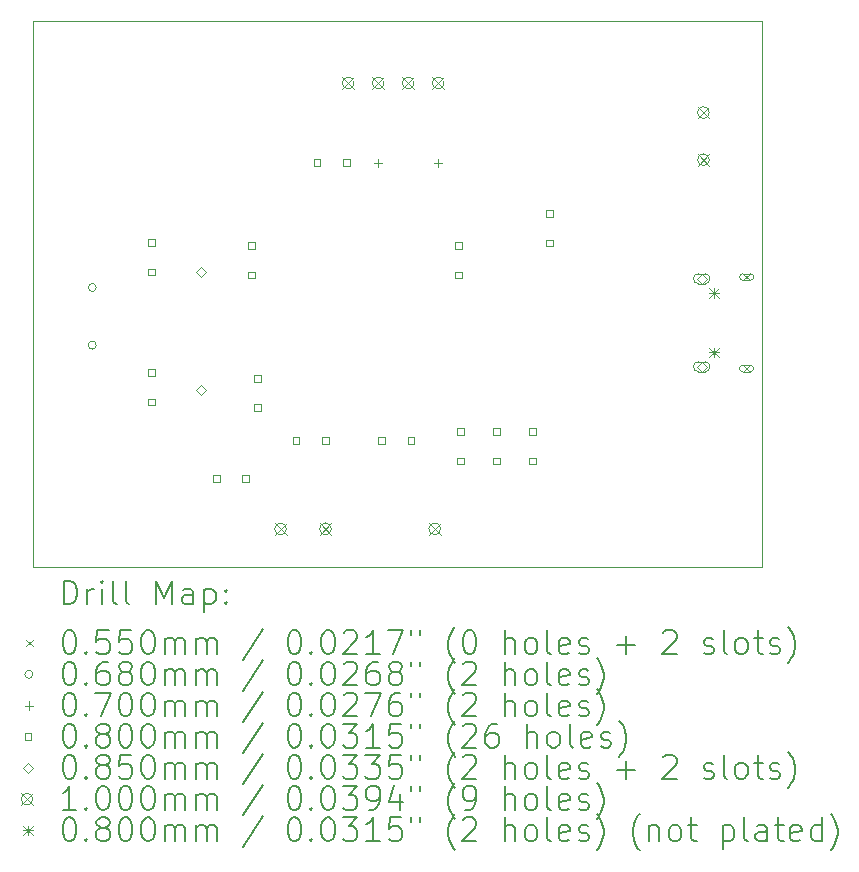
<source format=gbr>
%TF.GenerationSoftware,KiCad,Pcbnew,8.0.5*%
%TF.CreationDate,2024-10-18T14:11:29+07:00*%
%TF.ProjectId,stm32la_pcb,73746d33-326c-4615-9f70-63622e6b6963,rev?*%
%TF.SameCoordinates,Original*%
%TF.FileFunction,Drillmap*%
%TF.FilePolarity,Positive*%
%FSLAX45Y45*%
G04 Gerber Fmt 4.5, Leading zero omitted, Abs format (unit mm)*
G04 Created by KiCad (PCBNEW 8.0.5) date 2024-10-18 14:11:29*
%MOMM*%
%LPD*%
G01*
G04 APERTURE LIST*
%ADD10C,0.050000*%
%ADD11C,0.200000*%
%ADD12C,0.100000*%
G04 APERTURE END LIST*
D10*
X6925000Y-5250000D02*
X13100000Y-5250000D01*
X13100000Y-9875000D01*
X6925000Y-9875000D01*
X6925000Y-5250000D01*
D11*
D12*
X12938000Y-7389500D02*
X12993000Y-7444500D01*
X12993000Y-7389500D02*
X12938000Y-7444500D01*
X12933000Y-7444500D02*
X12998000Y-7444500D01*
X12998000Y-7389500D02*
G75*
G02*
X12998000Y-7444500I0J-27500D01*
G01*
X12998000Y-7389500D02*
X12933000Y-7389500D01*
X12933000Y-7389500D02*
G75*
G03*
X12933000Y-7444500I0J-27500D01*
G01*
X12938000Y-8164500D02*
X12993000Y-8219500D01*
X12993000Y-8164500D02*
X12938000Y-8219500D01*
X12933000Y-8219500D02*
X12998000Y-8219500D01*
X12998000Y-8164500D02*
G75*
G02*
X12998000Y-8219500I0J-27500D01*
G01*
X12998000Y-8164500D02*
X12933000Y-8164500D01*
X12933000Y-8164500D02*
G75*
G03*
X12933000Y-8219500I0J-27500D01*
G01*
X7459000Y-7506000D02*
G75*
G02*
X7391000Y-7506000I-34000J0D01*
G01*
X7391000Y-7506000D02*
G75*
G02*
X7459000Y-7506000I34000J0D01*
G01*
X7459000Y-7994000D02*
G75*
G02*
X7391000Y-7994000I-34000J0D01*
G01*
X7391000Y-7994000D02*
G75*
G02*
X7459000Y-7994000I34000J0D01*
G01*
X9846000Y-6415000D02*
X9846000Y-6485000D01*
X9811000Y-6450000D02*
X9881000Y-6450000D01*
X10354000Y-6415000D02*
X10354000Y-6485000D01*
X10319000Y-6450000D02*
X10389000Y-6450000D01*
X7953284Y-7153284D02*
X7953284Y-7096715D01*
X7896715Y-7096715D01*
X7896715Y-7153284D01*
X7953284Y-7153284D01*
X7953284Y-7403284D02*
X7953284Y-7346715D01*
X7896715Y-7346715D01*
X7896715Y-7403284D01*
X7953284Y-7403284D01*
X7953284Y-8253284D02*
X7953284Y-8196715D01*
X7896715Y-8196715D01*
X7896715Y-8253284D01*
X7953284Y-8253284D01*
X7953284Y-8503285D02*
X7953284Y-8446716D01*
X7896715Y-8446716D01*
X7896715Y-8503285D01*
X7953284Y-8503285D01*
X8503285Y-9153285D02*
X8503285Y-9096716D01*
X8446716Y-9096716D01*
X8446716Y-9153285D01*
X8503285Y-9153285D01*
X8753285Y-9153285D02*
X8753285Y-9096716D01*
X8696716Y-9096716D01*
X8696716Y-9153285D01*
X8753285Y-9153285D01*
X8803285Y-7178284D02*
X8803285Y-7121715D01*
X8746716Y-7121715D01*
X8746716Y-7178284D01*
X8803285Y-7178284D01*
X8803285Y-7428284D02*
X8803285Y-7371715D01*
X8746716Y-7371715D01*
X8746716Y-7428284D01*
X8803285Y-7428284D01*
X8853285Y-8303284D02*
X8853285Y-8246715D01*
X8796716Y-8246715D01*
X8796716Y-8303284D01*
X8853285Y-8303284D01*
X8853285Y-8553285D02*
X8853285Y-8496716D01*
X8796716Y-8496716D01*
X8796716Y-8553285D01*
X8853285Y-8553285D01*
X9178285Y-8828285D02*
X9178285Y-8771716D01*
X9121716Y-8771716D01*
X9121716Y-8828285D01*
X9178285Y-8828285D01*
X9357285Y-6478284D02*
X9357285Y-6421715D01*
X9300716Y-6421715D01*
X9300716Y-6478284D01*
X9357285Y-6478284D01*
X9428285Y-8828285D02*
X9428285Y-8771716D01*
X9371716Y-8771716D01*
X9371716Y-8828285D01*
X9428285Y-8828285D01*
X9607285Y-6478284D02*
X9607285Y-6421715D01*
X9550716Y-6421715D01*
X9550716Y-6478284D01*
X9607285Y-6478284D01*
X9903285Y-8828285D02*
X9903285Y-8771716D01*
X9846716Y-8771716D01*
X9846716Y-8828285D01*
X9903285Y-8828285D01*
X10153285Y-8828285D02*
X10153285Y-8771716D01*
X10096716Y-8771716D01*
X10096716Y-8828285D01*
X10153285Y-8828285D01*
X10553285Y-7178284D02*
X10553285Y-7121715D01*
X10496716Y-7121715D01*
X10496716Y-7178284D01*
X10553285Y-7178284D01*
X10553285Y-7428284D02*
X10553285Y-7371715D01*
X10496716Y-7371715D01*
X10496716Y-7428284D01*
X10553285Y-7428284D01*
X10572785Y-8753785D02*
X10572785Y-8697216D01*
X10516216Y-8697216D01*
X10516216Y-8753785D01*
X10572785Y-8753785D01*
X10572785Y-9003785D02*
X10572785Y-8947216D01*
X10516216Y-8947216D01*
X10516216Y-9003785D01*
X10572785Y-9003785D01*
X10878285Y-8753285D02*
X10878285Y-8696716D01*
X10821716Y-8696716D01*
X10821716Y-8753285D01*
X10878285Y-8753285D01*
X10878285Y-9003285D02*
X10878285Y-8946716D01*
X10821716Y-8946716D01*
X10821716Y-9003285D01*
X10878285Y-9003285D01*
X11178285Y-8753285D02*
X11178285Y-8696716D01*
X11121716Y-8696716D01*
X11121716Y-8753285D01*
X11178285Y-8753285D01*
X11178285Y-9003285D02*
X11178285Y-8946716D01*
X11121716Y-8946716D01*
X11121716Y-9003285D01*
X11178285Y-9003285D01*
X11324784Y-6906784D02*
X11324784Y-6850215D01*
X11268215Y-6850215D01*
X11268215Y-6906784D01*
X11324784Y-6906784D01*
X11324784Y-7156784D02*
X11324784Y-7100215D01*
X11268215Y-7100215D01*
X11268215Y-7156784D01*
X11324784Y-7156784D01*
X8350000Y-7417500D02*
X8392500Y-7375000D01*
X8350000Y-7332500D01*
X8307500Y-7375000D01*
X8350000Y-7417500D01*
X8350000Y-8417500D02*
X8392500Y-8375000D01*
X8350000Y-8332500D01*
X8307500Y-8375000D01*
X8350000Y-8417500D01*
X12585500Y-7474500D02*
X12628000Y-7432000D01*
X12585500Y-7389500D01*
X12543000Y-7432000D01*
X12585500Y-7474500D01*
X12558000Y-7474500D02*
X12613000Y-7474500D01*
X12613000Y-7389500D02*
G75*
G02*
X12613000Y-7474500I0J-42500D01*
G01*
X12613000Y-7389500D02*
X12558000Y-7389500D01*
X12558000Y-7389500D02*
G75*
G03*
X12558000Y-7474500I0J-42500D01*
G01*
X12585500Y-8219500D02*
X12628000Y-8177000D01*
X12585500Y-8134500D01*
X12543000Y-8177000D01*
X12585500Y-8219500D01*
X12558000Y-8219500D02*
X12613000Y-8219500D01*
X12613000Y-8134500D02*
G75*
G02*
X12613000Y-8219500I0J-42500D01*
G01*
X12613000Y-8134500D02*
X12558000Y-8134500D01*
X12558000Y-8134500D02*
G75*
G03*
X12558000Y-8219500I0J-42500D01*
G01*
X8970000Y-9500000D02*
X9070000Y-9600000D01*
X9070000Y-9500000D02*
X8970000Y-9600000D01*
X9070000Y-9550000D02*
G75*
G02*
X8970000Y-9550000I-50000J0D01*
G01*
X8970000Y-9550000D02*
G75*
G02*
X9070000Y-9550000I50000J0D01*
G01*
X9350000Y-9500000D02*
X9450000Y-9600000D01*
X9450000Y-9500000D02*
X9350000Y-9600000D01*
X9450000Y-9550000D02*
G75*
G02*
X9350000Y-9550000I-50000J0D01*
G01*
X9350000Y-9550000D02*
G75*
G02*
X9450000Y-9550000I50000J0D01*
G01*
X9542000Y-5725000D02*
X9642000Y-5825000D01*
X9642000Y-5725000D02*
X9542000Y-5825000D01*
X9642000Y-5775000D02*
G75*
G02*
X9542000Y-5775000I-50000J0D01*
G01*
X9542000Y-5775000D02*
G75*
G02*
X9642000Y-5775000I50000J0D01*
G01*
X9796000Y-5725000D02*
X9896000Y-5825000D01*
X9896000Y-5725000D02*
X9796000Y-5825000D01*
X9896000Y-5775000D02*
G75*
G02*
X9796000Y-5775000I-50000J0D01*
G01*
X9796000Y-5775000D02*
G75*
G02*
X9896000Y-5775000I50000J0D01*
G01*
X10050000Y-5725000D02*
X10150000Y-5825000D01*
X10150000Y-5725000D02*
X10050000Y-5825000D01*
X10150000Y-5775000D02*
G75*
G02*
X10050000Y-5775000I-50000J0D01*
G01*
X10050000Y-5775000D02*
G75*
G02*
X10150000Y-5775000I50000J0D01*
G01*
X10275000Y-9500000D02*
X10375000Y-9600000D01*
X10375000Y-9500000D02*
X10275000Y-9600000D01*
X10375000Y-9550000D02*
G75*
G02*
X10275000Y-9550000I-50000J0D01*
G01*
X10275000Y-9550000D02*
G75*
G02*
X10375000Y-9550000I50000J0D01*
G01*
X10304000Y-5725000D02*
X10404000Y-5825000D01*
X10404000Y-5725000D02*
X10304000Y-5825000D01*
X10404000Y-5775000D02*
G75*
G02*
X10304000Y-5775000I-50000J0D01*
G01*
X10304000Y-5775000D02*
G75*
G02*
X10404000Y-5775000I50000J0D01*
G01*
X12550000Y-5975000D02*
X12650000Y-6075000D01*
X12650000Y-5975000D02*
X12550000Y-6075000D01*
X12650000Y-6025000D02*
G75*
G02*
X12550000Y-6025000I-50000J0D01*
G01*
X12550000Y-6025000D02*
G75*
G02*
X12650000Y-6025000I50000J0D01*
G01*
X12550000Y-6375000D02*
X12650000Y-6475000D01*
X12650000Y-6375000D02*
X12550000Y-6475000D01*
X12650000Y-6425000D02*
G75*
G02*
X12550000Y-6425000I-50000J0D01*
G01*
X12550000Y-6425000D02*
G75*
G02*
X12650000Y-6425000I50000J0D01*
G01*
X12650500Y-7514500D02*
X12730500Y-7594500D01*
X12730500Y-7514500D02*
X12650500Y-7594500D01*
X12690500Y-7514500D02*
X12690500Y-7594500D01*
X12650500Y-7554500D02*
X12730500Y-7554500D01*
X12650500Y-8014500D02*
X12730500Y-8094500D01*
X12730500Y-8014500D02*
X12650500Y-8094500D01*
X12690500Y-8014500D02*
X12690500Y-8094500D01*
X12650500Y-8054500D02*
X12730500Y-8054500D01*
D11*
X7183277Y-10188984D02*
X7183277Y-9988984D01*
X7183277Y-9988984D02*
X7230896Y-9988984D01*
X7230896Y-9988984D02*
X7259467Y-9998508D01*
X7259467Y-9998508D02*
X7278515Y-10017555D01*
X7278515Y-10017555D02*
X7288039Y-10036603D01*
X7288039Y-10036603D02*
X7297562Y-10074698D01*
X7297562Y-10074698D02*
X7297562Y-10103270D01*
X7297562Y-10103270D02*
X7288039Y-10141365D01*
X7288039Y-10141365D02*
X7278515Y-10160412D01*
X7278515Y-10160412D02*
X7259467Y-10179460D01*
X7259467Y-10179460D02*
X7230896Y-10188984D01*
X7230896Y-10188984D02*
X7183277Y-10188984D01*
X7383277Y-10188984D02*
X7383277Y-10055650D01*
X7383277Y-10093746D02*
X7392801Y-10074698D01*
X7392801Y-10074698D02*
X7402324Y-10065174D01*
X7402324Y-10065174D02*
X7421372Y-10055650D01*
X7421372Y-10055650D02*
X7440420Y-10055650D01*
X7507086Y-10188984D02*
X7507086Y-10055650D01*
X7507086Y-9988984D02*
X7497562Y-9998508D01*
X7497562Y-9998508D02*
X7507086Y-10008031D01*
X7507086Y-10008031D02*
X7516610Y-9998508D01*
X7516610Y-9998508D02*
X7507086Y-9988984D01*
X7507086Y-9988984D02*
X7507086Y-10008031D01*
X7630896Y-10188984D02*
X7611848Y-10179460D01*
X7611848Y-10179460D02*
X7602324Y-10160412D01*
X7602324Y-10160412D02*
X7602324Y-9988984D01*
X7735658Y-10188984D02*
X7716610Y-10179460D01*
X7716610Y-10179460D02*
X7707086Y-10160412D01*
X7707086Y-10160412D02*
X7707086Y-9988984D01*
X7964229Y-10188984D02*
X7964229Y-9988984D01*
X7964229Y-9988984D02*
X8030896Y-10131841D01*
X8030896Y-10131841D02*
X8097562Y-9988984D01*
X8097562Y-9988984D02*
X8097562Y-10188984D01*
X8278515Y-10188984D02*
X8278515Y-10084222D01*
X8278515Y-10084222D02*
X8268991Y-10065174D01*
X8268991Y-10065174D02*
X8249943Y-10055650D01*
X8249943Y-10055650D02*
X8211848Y-10055650D01*
X8211848Y-10055650D02*
X8192801Y-10065174D01*
X8278515Y-10179460D02*
X8259467Y-10188984D01*
X8259467Y-10188984D02*
X8211848Y-10188984D01*
X8211848Y-10188984D02*
X8192801Y-10179460D01*
X8192801Y-10179460D02*
X8183277Y-10160412D01*
X8183277Y-10160412D02*
X8183277Y-10141365D01*
X8183277Y-10141365D02*
X8192801Y-10122317D01*
X8192801Y-10122317D02*
X8211848Y-10112793D01*
X8211848Y-10112793D02*
X8259467Y-10112793D01*
X8259467Y-10112793D02*
X8278515Y-10103270D01*
X8373753Y-10055650D02*
X8373753Y-10255650D01*
X8373753Y-10065174D02*
X8392801Y-10055650D01*
X8392801Y-10055650D02*
X8430896Y-10055650D01*
X8430896Y-10055650D02*
X8449944Y-10065174D01*
X8449944Y-10065174D02*
X8459467Y-10074698D01*
X8459467Y-10074698D02*
X8468991Y-10093746D01*
X8468991Y-10093746D02*
X8468991Y-10150889D01*
X8468991Y-10150889D02*
X8459467Y-10169936D01*
X8459467Y-10169936D02*
X8449944Y-10179460D01*
X8449944Y-10179460D02*
X8430896Y-10188984D01*
X8430896Y-10188984D02*
X8392801Y-10188984D01*
X8392801Y-10188984D02*
X8373753Y-10179460D01*
X8554705Y-10169936D02*
X8564229Y-10179460D01*
X8564229Y-10179460D02*
X8554705Y-10188984D01*
X8554705Y-10188984D02*
X8545182Y-10179460D01*
X8545182Y-10179460D02*
X8554705Y-10169936D01*
X8554705Y-10169936D02*
X8554705Y-10188984D01*
X8554705Y-10065174D02*
X8564229Y-10074698D01*
X8564229Y-10074698D02*
X8554705Y-10084222D01*
X8554705Y-10084222D02*
X8545182Y-10074698D01*
X8545182Y-10074698D02*
X8554705Y-10065174D01*
X8554705Y-10065174D02*
X8554705Y-10084222D01*
D12*
X6867500Y-10490000D02*
X6922500Y-10545000D01*
X6922500Y-10490000D02*
X6867500Y-10545000D01*
D11*
X7221372Y-10408984D02*
X7240420Y-10408984D01*
X7240420Y-10408984D02*
X7259467Y-10418508D01*
X7259467Y-10418508D02*
X7268991Y-10428031D01*
X7268991Y-10428031D02*
X7278515Y-10447079D01*
X7278515Y-10447079D02*
X7288039Y-10485174D01*
X7288039Y-10485174D02*
X7288039Y-10532793D01*
X7288039Y-10532793D02*
X7278515Y-10570889D01*
X7278515Y-10570889D02*
X7268991Y-10589936D01*
X7268991Y-10589936D02*
X7259467Y-10599460D01*
X7259467Y-10599460D02*
X7240420Y-10608984D01*
X7240420Y-10608984D02*
X7221372Y-10608984D01*
X7221372Y-10608984D02*
X7202324Y-10599460D01*
X7202324Y-10599460D02*
X7192801Y-10589936D01*
X7192801Y-10589936D02*
X7183277Y-10570889D01*
X7183277Y-10570889D02*
X7173753Y-10532793D01*
X7173753Y-10532793D02*
X7173753Y-10485174D01*
X7173753Y-10485174D02*
X7183277Y-10447079D01*
X7183277Y-10447079D02*
X7192801Y-10428031D01*
X7192801Y-10428031D02*
X7202324Y-10418508D01*
X7202324Y-10418508D02*
X7221372Y-10408984D01*
X7373753Y-10589936D02*
X7383277Y-10599460D01*
X7383277Y-10599460D02*
X7373753Y-10608984D01*
X7373753Y-10608984D02*
X7364229Y-10599460D01*
X7364229Y-10599460D02*
X7373753Y-10589936D01*
X7373753Y-10589936D02*
X7373753Y-10608984D01*
X7564229Y-10408984D02*
X7468991Y-10408984D01*
X7468991Y-10408984D02*
X7459467Y-10504222D01*
X7459467Y-10504222D02*
X7468991Y-10494698D01*
X7468991Y-10494698D02*
X7488039Y-10485174D01*
X7488039Y-10485174D02*
X7535658Y-10485174D01*
X7535658Y-10485174D02*
X7554705Y-10494698D01*
X7554705Y-10494698D02*
X7564229Y-10504222D01*
X7564229Y-10504222D02*
X7573753Y-10523270D01*
X7573753Y-10523270D02*
X7573753Y-10570889D01*
X7573753Y-10570889D02*
X7564229Y-10589936D01*
X7564229Y-10589936D02*
X7554705Y-10599460D01*
X7554705Y-10599460D02*
X7535658Y-10608984D01*
X7535658Y-10608984D02*
X7488039Y-10608984D01*
X7488039Y-10608984D02*
X7468991Y-10599460D01*
X7468991Y-10599460D02*
X7459467Y-10589936D01*
X7754705Y-10408984D02*
X7659467Y-10408984D01*
X7659467Y-10408984D02*
X7649943Y-10504222D01*
X7649943Y-10504222D02*
X7659467Y-10494698D01*
X7659467Y-10494698D02*
X7678515Y-10485174D01*
X7678515Y-10485174D02*
X7726134Y-10485174D01*
X7726134Y-10485174D02*
X7745182Y-10494698D01*
X7745182Y-10494698D02*
X7754705Y-10504222D01*
X7754705Y-10504222D02*
X7764229Y-10523270D01*
X7764229Y-10523270D02*
X7764229Y-10570889D01*
X7764229Y-10570889D02*
X7754705Y-10589936D01*
X7754705Y-10589936D02*
X7745182Y-10599460D01*
X7745182Y-10599460D02*
X7726134Y-10608984D01*
X7726134Y-10608984D02*
X7678515Y-10608984D01*
X7678515Y-10608984D02*
X7659467Y-10599460D01*
X7659467Y-10599460D02*
X7649943Y-10589936D01*
X7888039Y-10408984D02*
X7907086Y-10408984D01*
X7907086Y-10408984D02*
X7926134Y-10418508D01*
X7926134Y-10418508D02*
X7935658Y-10428031D01*
X7935658Y-10428031D02*
X7945182Y-10447079D01*
X7945182Y-10447079D02*
X7954705Y-10485174D01*
X7954705Y-10485174D02*
X7954705Y-10532793D01*
X7954705Y-10532793D02*
X7945182Y-10570889D01*
X7945182Y-10570889D02*
X7935658Y-10589936D01*
X7935658Y-10589936D02*
X7926134Y-10599460D01*
X7926134Y-10599460D02*
X7907086Y-10608984D01*
X7907086Y-10608984D02*
X7888039Y-10608984D01*
X7888039Y-10608984D02*
X7868991Y-10599460D01*
X7868991Y-10599460D02*
X7859467Y-10589936D01*
X7859467Y-10589936D02*
X7849943Y-10570889D01*
X7849943Y-10570889D02*
X7840420Y-10532793D01*
X7840420Y-10532793D02*
X7840420Y-10485174D01*
X7840420Y-10485174D02*
X7849943Y-10447079D01*
X7849943Y-10447079D02*
X7859467Y-10428031D01*
X7859467Y-10428031D02*
X7868991Y-10418508D01*
X7868991Y-10418508D02*
X7888039Y-10408984D01*
X8040420Y-10608984D02*
X8040420Y-10475650D01*
X8040420Y-10494698D02*
X8049943Y-10485174D01*
X8049943Y-10485174D02*
X8068991Y-10475650D01*
X8068991Y-10475650D02*
X8097563Y-10475650D01*
X8097563Y-10475650D02*
X8116610Y-10485174D01*
X8116610Y-10485174D02*
X8126134Y-10504222D01*
X8126134Y-10504222D02*
X8126134Y-10608984D01*
X8126134Y-10504222D02*
X8135658Y-10485174D01*
X8135658Y-10485174D02*
X8154705Y-10475650D01*
X8154705Y-10475650D02*
X8183277Y-10475650D01*
X8183277Y-10475650D02*
X8202324Y-10485174D01*
X8202324Y-10485174D02*
X8211848Y-10504222D01*
X8211848Y-10504222D02*
X8211848Y-10608984D01*
X8307086Y-10608984D02*
X8307086Y-10475650D01*
X8307086Y-10494698D02*
X8316610Y-10485174D01*
X8316610Y-10485174D02*
X8335658Y-10475650D01*
X8335658Y-10475650D02*
X8364229Y-10475650D01*
X8364229Y-10475650D02*
X8383277Y-10485174D01*
X8383277Y-10485174D02*
X8392801Y-10504222D01*
X8392801Y-10504222D02*
X8392801Y-10608984D01*
X8392801Y-10504222D02*
X8402325Y-10485174D01*
X8402325Y-10485174D02*
X8421372Y-10475650D01*
X8421372Y-10475650D02*
X8449944Y-10475650D01*
X8449944Y-10475650D02*
X8468991Y-10485174D01*
X8468991Y-10485174D02*
X8478515Y-10504222D01*
X8478515Y-10504222D02*
X8478515Y-10608984D01*
X8868991Y-10399460D02*
X8697563Y-10656603D01*
X9126134Y-10408984D02*
X9145182Y-10408984D01*
X9145182Y-10408984D02*
X9164229Y-10418508D01*
X9164229Y-10418508D02*
X9173753Y-10428031D01*
X9173753Y-10428031D02*
X9183277Y-10447079D01*
X9183277Y-10447079D02*
X9192801Y-10485174D01*
X9192801Y-10485174D02*
X9192801Y-10532793D01*
X9192801Y-10532793D02*
X9183277Y-10570889D01*
X9183277Y-10570889D02*
X9173753Y-10589936D01*
X9173753Y-10589936D02*
X9164229Y-10599460D01*
X9164229Y-10599460D02*
X9145182Y-10608984D01*
X9145182Y-10608984D02*
X9126134Y-10608984D01*
X9126134Y-10608984D02*
X9107087Y-10599460D01*
X9107087Y-10599460D02*
X9097563Y-10589936D01*
X9097563Y-10589936D02*
X9088039Y-10570889D01*
X9088039Y-10570889D02*
X9078515Y-10532793D01*
X9078515Y-10532793D02*
X9078515Y-10485174D01*
X9078515Y-10485174D02*
X9088039Y-10447079D01*
X9088039Y-10447079D02*
X9097563Y-10428031D01*
X9097563Y-10428031D02*
X9107087Y-10418508D01*
X9107087Y-10418508D02*
X9126134Y-10408984D01*
X9278515Y-10589936D02*
X9288039Y-10599460D01*
X9288039Y-10599460D02*
X9278515Y-10608984D01*
X9278515Y-10608984D02*
X9268991Y-10599460D01*
X9268991Y-10599460D02*
X9278515Y-10589936D01*
X9278515Y-10589936D02*
X9278515Y-10608984D01*
X9411848Y-10408984D02*
X9430896Y-10408984D01*
X9430896Y-10408984D02*
X9449944Y-10418508D01*
X9449944Y-10418508D02*
X9459468Y-10428031D01*
X9459468Y-10428031D02*
X9468991Y-10447079D01*
X9468991Y-10447079D02*
X9478515Y-10485174D01*
X9478515Y-10485174D02*
X9478515Y-10532793D01*
X9478515Y-10532793D02*
X9468991Y-10570889D01*
X9468991Y-10570889D02*
X9459468Y-10589936D01*
X9459468Y-10589936D02*
X9449944Y-10599460D01*
X9449944Y-10599460D02*
X9430896Y-10608984D01*
X9430896Y-10608984D02*
X9411848Y-10608984D01*
X9411848Y-10608984D02*
X9392801Y-10599460D01*
X9392801Y-10599460D02*
X9383277Y-10589936D01*
X9383277Y-10589936D02*
X9373753Y-10570889D01*
X9373753Y-10570889D02*
X9364229Y-10532793D01*
X9364229Y-10532793D02*
X9364229Y-10485174D01*
X9364229Y-10485174D02*
X9373753Y-10447079D01*
X9373753Y-10447079D02*
X9383277Y-10428031D01*
X9383277Y-10428031D02*
X9392801Y-10418508D01*
X9392801Y-10418508D02*
X9411848Y-10408984D01*
X9554706Y-10428031D02*
X9564229Y-10418508D01*
X9564229Y-10418508D02*
X9583277Y-10408984D01*
X9583277Y-10408984D02*
X9630896Y-10408984D01*
X9630896Y-10408984D02*
X9649944Y-10418508D01*
X9649944Y-10418508D02*
X9659468Y-10428031D01*
X9659468Y-10428031D02*
X9668991Y-10447079D01*
X9668991Y-10447079D02*
X9668991Y-10466127D01*
X9668991Y-10466127D02*
X9659468Y-10494698D01*
X9659468Y-10494698D02*
X9545182Y-10608984D01*
X9545182Y-10608984D02*
X9668991Y-10608984D01*
X9859468Y-10608984D02*
X9745182Y-10608984D01*
X9802325Y-10608984D02*
X9802325Y-10408984D01*
X9802325Y-10408984D02*
X9783277Y-10437555D01*
X9783277Y-10437555D02*
X9764229Y-10456603D01*
X9764229Y-10456603D02*
X9745182Y-10466127D01*
X9926134Y-10408984D02*
X10059468Y-10408984D01*
X10059468Y-10408984D02*
X9973753Y-10608984D01*
X10126134Y-10408984D02*
X10126134Y-10447079D01*
X10202325Y-10408984D02*
X10202325Y-10447079D01*
X10497563Y-10685174D02*
X10488039Y-10675650D01*
X10488039Y-10675650D02*
X10468991Y-10647079D01*
X10468991Y-10647079D02*
X10459468Y-10628031D01*
X10459468Y-10628031D02*
X10449944Y-10599460D01*
X10449944Y-10599460D02*
X10440420Y-10551841D01*
X10440420Y-10551841D02*
X10440420Y-10513746D01*
X10440420Y-10513746D02*
X10449944Y-10466127D01*
X10449944Y-10466127D02*
X10459468Y-10437555D01*
X10459468Y-10437555D02*
X10468991Y-10418508D01*
X10468991Y-10418508D02*
X10488039Y-10389936D01*
X10488039Y-10389936D02*
X10497563Y-10380412D01*
X10611849Y-10408984D02*
X10630896Y-10408984D01*
X10630896Y-10408984D02*
X10649944Y-10418508D01*
X10649944Y-10418508D02*
X10659468Y-10428031D01*
X10659468Y-10428031D02*
X10668991Y-10447079D01*
X10668991Y-10447079D02*
X10678515Y-10485174D01*
X10678515Y-10485174D02*
X10678515Y-10532793D01*
X10678515Y-10532793D02*
X10668991Y-10570889D01*
X10668991Y-10570889D02*
X10659468Y-10589936D01*
X10659468Y-10589936D02*
X10649944Y-10599460D01*
X10649944Y-10599460D02*
X10630896Y-10608984D01*
X10630896Y-10608984D02*
X10611849Y-10608984D01*
X10611849Y-10608984D02*
X10592801Y-10599460D01*
X10592801Y-10599460D02*
X10583277Y-10589936D01*
X10583277Y-10589936D02*
X10573753Y-10570889D01*
X10573753Y-10570889D02*
X10564230Y-10532793D01*
X10564230Y-10532793D02*
X10564230Y-10485174D01*
X10564230Y-10485174D02*
X10573753Y-10447079D01*
X10573753Y-10447079D02*
X10583277Y-10428031D01*
X10583277Y-10428031D02*
X10592801Y-10418508D01*
X10592801Y-10418508D02*
X10611849Y-10408984D01*
X10916611Y-10608984D02*
X10916611Y-10408984D01*
X11002325Y-10608984D02*
X11002325Y-10504222D01*
X11002325Y-10504222D02*
X10992801Y-10485174D01*
X10992801Y-10485174D02*
X10973753Y-10475650D01*
X10973753Y-10475650D02*
X10945182Y-10475650D01*
X10945182Y-10475650D02*
X10926134Y-10485174D01*
X10926134Y-10485174D02*
X10916611Y-10494698D01*
X11126134Y-10608984D02*
X11107087Y-10599460D01*
X11107087Y-10599460D02*
X11097563Y-10589936D01*
X11097563Y-10589936D02*
X11088039Y-10570889D01*
X11088039Y-10570889D02*
X11088039Y-10513746D01*
X11088039Y-10513746D02*
X11097563Y-10494698D01*
X11097563Y-10494698D02*
X11107087Y-10485174D01*
X11107087Y-10485174D02*
X11126134Y-10475650D01*
X11126134Y-10475650D02*
X11154706Y-10475650D01*
X11154706Y-10475650D02*
X11173753Y-10485174D01*
X11173753Y-10485174D02*
X11183277Y-10494698D01*
X11183277Y-10494698D02*
X11192801Y-10513746D01*
X11192801Y-10513746D02*
X11192801Y-10570889D01*
X11192801Y-10570889D02*
X11183277Y-10589936D01*
X11183277Y-10589936D02*
X11173753Y-10599460D01*
X11173753Y-10599460D02*
X11154706Y-10608984D01*
X11154706Y-10608984D02*
X11126134Y-10608984D01*
X11307087Y-10608984D02*
X11288039Y-10599460D01*
X11288039Y-10599460D02*
X11278515Y-10580412D01*
X11278515Y-10580412D02*
X11278515Y-10408984D01*
X11459468Y-10599460D02*
X11440420Y-10608984D01*
X11440420Y-10608984D02*
X11402325Y-10608984D01*
X11402325Y-10608984D02*
X11383277Y-10599460D01*
X11383277Y-10599460D02*
X11373753Y-10580412D01*
X11373753Y-10580412D02*
X11373753Y-10504222D01*
X11373753Y-10504222D02*
X11383277Y-10485174D01*
X11383277Y-10485174D02*
X11402325Y-10475650D01*
X11402325Y-10475650D02*
X11440420Y-10475650D01*
X11440420Y-10475650D02*
X11459468Y-10485174D01*
X11459468Y-10485174D02*
X11468991Y-10504222D01*
X11468991Y-10504222D02*
X11468991Y-10523270D01*
X11468991Y-10523270D02*
X11373753Y-10542317D01*
X11545182Y-10599460D02*
X11564230Y-10608984D01*
X11564230Y-10608984D02*
X11602325Y-10608984D01*
X11602325Y-10608984D02*
X11621372Y-10599460D01*
X11621372Y-10599460D02*
X11630896Y-10580412D01*
X11630896Y-10580412D02*
X11630896Y-10570889D01*
X11630896Y-10570889D02*
X11621372Y-10551841D01*
X11621372Y-10551841D02*
X11602325Y-10542317D01*
X11602325Y-10542317D02*
X11573753Y-10542317D01*
X11573753Y-10542317D02*
X11554706Y-10532793D01*
X11554706Y-10532793D02*
X11545182Y-10513746D01*
X11545182Y-10513746D02*
X11545182Y-10504222D01*
X11545182Y-10504222D02*
X11554706Y-10485174D01*
X11554706Y-10485174D02*
X11573753Y-10475650D01*
X11573753Y-10475650D02*
X11602325Y-10475650D01*
X11602325Y-10475650D02*
X11621372Y-10485174D01*
X11868992Y-10532793D02*
X12021373Y-10532793D01*
X11945182Y-10608984D02*
X11945182Y-10456603D01*
X12259468Y-10428031D02*
X12268992Y-10418508D01*
X12268992Y-10418508D02*
X12288039Y-10408984D01*
X12288039Y-10408984D02*
X12335658Y-10408984D01*
X12335658Y-10408984D02*
X12354706Y-10418508D01*
X12354706Y-10418508D02*
X12364230Y-10428031D01*
X12364230Y-10428031D02*
X12373753Y-10447079D01*
X12373753Y-10447079D02*
X12373753Y-10466127D01*
X12373753Y-10466127D02*
X12364230Y-10494698D01*
X12364230Y-10494698D02*
X12249944Y-10608984D01*
X12249944Y-10608984D02*
X12373753Y-10608984D01*
X12602325Y-10599460D02*
X12621373Y-10608984D01*
X12621373Y-10608984D02*
X12659468Y-10608984D01*
X12659468Y-10608984D02*
X12678515Y-10599460D01*
X12678515Y-10599460D02*
X12688039Y-10580412D01*
X12688039Y-10580412D02*
X12688039Y-10570889D01*
X12688039Y-10570889D02*
X12678515Y-10551841D01*
X12678515Y-10551841D02*
X12659468Y-10542317D01*
X12659468Y-10542317D02*
X12630896Y-10542317D01*
X12630896Y-10542317D02*
X12611849Y-10532793D01*
X12611849Y-10532793D02*
X12602325Y-10513746D01*
X12602325Y-10513746D02*
X12602325Y-10504222D01*
X12602325Y-10504222D02*
X12611849Y-10485174D01*
X12611849Y-10485174D02*
X12630896Y-10475650D01*
X12630896Y-10475650D02*
X12659468Y-10475650D01*
X12659468Y-10475650D02*
X12678515Y-10485174D01*
X12802325Y-10608984D02*
X12783277Y-10599460D01*
X12783277Y-10599460D02*
X12773754Y-10580412D01*
X12773754Y-10580412D02*
X12773754Y-10408984D01*
X12907087Y-10608984D02*
X12888039Y-10599460D01*
X12888039Y-10599460D02*
X12878515Y-10589936D01*
X12878515Y-10589936D02*
X12868992Y-10570889D01*
X12868992Y-10570889D02*
X12868992Y-10513746D01*
X12868992Y-10513746D02*
X12878515Y-10494698D01*
X12878515Y-10494698D02*
X12888039Y-10485174D01*
X12888039Y-10485174D02*
X12907087Y-10475650D01*
X12907087Y-10475650D02*
X12935658Y-10475650D01*
X12935658Y-10475650D02*
X12954706Y-10485174D01*
X12954706Y-10485174D02*
X12964230Y-10494698D01*
X12964230Y-10494698D02*
X12973754Y-10513746D01*
X12973754Y-10513746D02*
X12973754Y-10570889D01*
X12973754Y-10570889D02*
X12964230Y-10589936D01*
X12964230Y-10589936D02*
X12954706Y-10599460D01*
X12954706Y-10599460D02*
X12935658Y-10608984D01*
X12935658Y-10608984D02*
X12907087Y-10608984D01*
X13030896Y-10475650D02*
X13107087Y-10475650D01*
X13059468Y-10408984D02*
X13059468Y-10580412D01*
X13059468Y-10580412D02*
X13068992Y-10599460D01*
X13068992Y-10599460D02*
X13088039Y-10608984D01*
X13088039Y-10608984D02*
X13107087Y-10608984D01*
X13164230Y-10599460D02*
X13183277Y-10608984D01*
X13183277Y-10608984D02*
X13221373Y-10608984D01*
X13221373Y-10608984D02*
X13240420Y-10599460D01*
X13240420Y-10599460D02*
X13249944Y-10580412D01*
X13249944Y-10580412D02*
X13249944Y-10570889D01*
X13249944Y-10570889D02*
X13240420Y-10551841D01*
X13240420Y-10551841D02*
X13221373Y-10542317D01*
X13221373Y-10542317D02*
X13192801Y-10542317D01*
X13192801Y-10542317D02*
X13173754Y-10532793D01*
X13173754Y-10532793D02*
X13164230Y-10513746D01*
X13164230Y-10513746D02*
X13164230Y-10504222D01*
X13164230Y-10504222D02*
X13173754Y-10485174D01*
X13173754Y-10485174D02*
X13192801Y-10475650D01*
X13192801Y-10475650D02*
X13221373Y-10475650D01*
X13221373Y-10475650D02*
X13240420Y-10485174D01*
X13316611Y-10685174D02*
X13326135Y-10675650D01*
X13326135Y-10675650D02*
X13345182Y-10647079D01*
X13345182Y-10647079D02*
X13354706Y-10628031D01*
X13354706Y-10628031D02*
X13364230Y-10599460D01*
X13364230Y-10599460D02*
X13373754Y-10551841D01*
X13373754Y-10551841D02*
X13373754Y-10513746D01*
X13373754Y-10513746D02*
X13364230Y-10466127D01*
X13364230Y-10466127D02*
X13354706Y-10437555D01*
X13354706Y-10437555D02*
X13345182Y-10418508D01*
X13345182Y-10418508D02*
X13326135Y-10389936D01*
X13326135Y-10389936D02*
X13316611Y-10380412D01*
D12*
X6922500Y-10781500D02*
G75*
G02*
X6854500Y-10781500I-34000J0D01*
G01*
X6854500Y-10781500D02*
G75*
G02*
X6922500Y-10781500I34000J0D01*
G01*
D11*
X7221372Y-10672984D02*
X7240420Y-10672984D01*
X7240420Y-10672984D02*
X7259467Y-10682508D01*
X7259467Y-10682508D02*
X7268991Y-10692031D01*
X7268991Y-10692031D02*
X7278515Y-10711079D01*
X7278515Y-10711079D02*
X7288039Y-10749174D01*
X7288039Y-10749174D02*
X7288039Y-10796793D01*
X7288039Y-10796793D02*
X7278515Y-10834889D01*
X7278515Y-10834889D02*
X7268991Y-10853936D01*
X7268991Y-10853936D02*
X7259467Y-10863460D01*
X7259467Y-10863460D02*
X7240420Y-10872984D01*
X7240420Y-10872984D02*
X7221372Y-10872984D01*
X7221372Y-10872984D02*
X7202324Y-10863460D01*
X7202324Y-10863460D02*
X7192801Y-10853936D01*
X7192801Y-10853936D02*
X7183277Y-10834889D01*
X7183277Y-10834889D02*
X7173753Y-10796793D01*
X7173753Y-10796793D02*
X7173753Y-10749174D01*
X7173753Y-10749174D02*
X7183277Y-10711079D01*
X7183277Y-10711079D02*
X7192801Y-10692031D01*
X7192801Y-10692031D02*
X7202324Y-10682508D01*
X7202324Y-10682508D02*
X7221372Y-10672984D01*
X7373753Y-10853936D02*
X7383277Y-10863460D01*
X7383277Y-10863460D02*
X7373753Y-10872984D01*
X7373753Y-10872984D02*
X7364229Y-10863460D01*
X7364229Y-10863460D02*
X7373753Y-10853936D01*
X7373753Y-10853936D02*
X7373753Y-10872984D01*
X7554705Y-10672984D02*
X7516610Y-10672984D01*
X7516610Y-10672984D02*
X7497562Y-10682508D01*
X7497562Y-10682508D02*
X7488039Y-10692031D01*
X7488039Y-10692031D02*
X7468991Y-10720603D01*
X7468991Y-10720603D02*
X7459467Y-10758698D01*
X7459467Y-10758698D02*
X7459467Y-10834889D01*
X7459467Y-10834889D02*
X7468991Y-10853936D01*
X7468991Y-10853936D02*
X7478515Y-10863460D01*
X7478515Y-10863460D02*
X7497562Y-10872984D01*
X7497562Y-10872984D02*
X7535658Y-10872984D01*
X7535658Y-10872984D02*
X7554705Y-10863460D01*
X7554705Y-10863460D02*
X7564229Y-10853936D01*
X7564229Y-10853936D02*
X7573753Y-10834889D01*
X7573753Y-10834889D02*
X7573753Y-10787270D01*
X7573753Y-10787270D02*
X7564229Y-10768222D01*
X7564229Y-10768222D02*
X7554705Y-10758698D01*
X7554705Y-10758698D02*
X7535658Y-10749174D01*
X7535658Y-10749174D02*
X7497562Y-10749174D01*
X7497562Y-10749174D02*
X7478515Y-10758698D01*
X7478515Y-10758698D02*
X7468991Y-10768222D01*
X7468991Y-10768222D02*
X7459467Y-10787270D01*
X7688039Y-10758698D02*
X7668991Y-10749174D01*
X7668991Y-10749174D02*
X7659467Y-10739650D01*
X7659467Y-10739650D02*
X7649943Y-10720603D01*
X7649943Y-10720603D02*
X7649943Y-10711079D01*
X7649943Y-10711079D02*
X7659467Y-10692031D01*
X7659467Y-10692031D02*
X7668991Y-10682508D01*
X7668991Y-10682508D02*
X7688039Y-10672984D01*
X7688039Y-10672984D02*
X7726134Y-10672984D01*
X7726134Y-10672984D02*
X7745182Y-10682508D01*
X7745182Y-10682508D02*
X7754705Y-10692031D01*
X7754705Y-10692031D02*
X7764229Y-10711079D01*
X7764229Y-10711079D02*
X7764229Y-10720603D01*
X7764229Y-10720603D02*
X7754705Y-10739650D01*
X7754705Y-10739650D02*
X7745182Y-10749174D01*
X7745182Y-10749174D02*
X7726134Y-10758698D01*
X7726134Y-10758698D02*
X7688039Y-10758698D01*
X7688039Y-10758698D02*
X7668991Y-10768222D01*
X7668991Y-10768222D02*
X7659467Y-10777746D01*
X7659467Y-10777746D02*
X7649943Y-10796793D01*
X7649943Y-10796793D02*
X7649943Y-10834889D01*
X7649943Y-10834889D02*
X7659467Y-10853936D01*
X7659467Y-10853936D02*
X7668991Y-10863460D01*
X7668991Y-10863460D02*
X7688039Y-10872984D01*
X7688039Y-10872984D02*
X7726134Y-10872984D01*
X7726134Y-10872984D02*
X7745182Y-10863460D01*
X7745182Y-10863460D02*
X7754705Y-10853936D01*
X7754705Y-10853936D02*
X7764229Y-10834889D01*
X7764229Y-10834889D02*
X7764229Y-10796793D01*
X7764229Y-10796793D02*
X7754705Y-10777746D01*
X7754705Y-10777746D02*
X7745182Y-10768222D01*
X7745182Y-10768222D02*
X7726134Y-10758698D01*
X7888039Y-10672984D02*
X7907086Y-10672984D01*
X7907086Y-10672984D02*
X7926134Y-10682508D01*
X7926134Y-10682508D02*
X7935658Y-10692031D01*
X7935658Y-10692031D02*
X7945182Y-10711079D01*
X7945182Y-10711079D02*
X7954705Y-10749174D01*
X7954705Y-10749174D02*
X7954705Y-10796793D01*
X7954705Y-10796793D02*
X7945182Y-10834889D01*
X7945182Y-10834889D02*
X7935658Y-10853936D01*
X7935658Y-10853936D02*
X7926134Y-10863460D01*
X7926134Y-10863460D02*
X7907086Y-10872984D01*
X7907086Y-10872984D02*
X7888039Y-10872984D01*
X7888039Y-10872984D02*
X7868991Y-10863460D01*
X7868991Y-10863460D02*
X7859467Y-10853936D01*
X7859467Y-10853936D02*
X7849943Y-10834889D01*
X7849943Y-10834889D02*
X7840420Y-10796793D01*
X7840420Y-10796793D02*
X7840420Y-10749174D01*
X7840420Y-10749174D02*
X7849943Y-10711079D01*
X7849943Y-10711079D02*
X7859467Y-10692031D01*
X7859467Y-10692031D02*
X7868991Y-10682508D01*
X7868991Y-10682508D02*
X7888039Y-10672984D01*
X8040420Y-10872984D02*
X8040420Y-10739650D01*
X8040420Y-10758698D02*
X8049943Y-10749174D01*
X8049943Y-10749174D02*
X8068991Y-10739650D01*
X8068991Y-10739650D02*
X8097563Y-10739650D01*
X8097563Y-10739650D02*
X8116610Y-10749174D01*
X8116610Y-10749174D02*
X8126134Y-10768222D01*
X8126134Y-10768222D02*
X8126134Y-10872984D01*
X8126134Y-10768222D02*
X8135658Y-10749174D01*
X8135658Y-10749174D02*
X8154705Y-10739650D01*
X8154705Y-10739650D02*
X8183277Y-10739650D01*
X8183277Y-10739650D02*
X8202324Y-10749174D01*
X8202324Y-10749174D02*
X8211848Y-10768222D01*
X8211848Y-10768222D02*
X8211848Y-10872984D01*
X8307086Y-10872984D02*
X8307086Y-10739650D01*
X8307086Y-10758698D02*
X8316610Y-10749174D01*
X8316610Y-10749174D02*
X8335658Y-10739650D01*
X8335658Y-10739650D02*
X8364229Y-10739650D01*
X8364229Y-10739650D02*
X8383277Y-10749174D01*
X8383277Y-10749174D02*
X8392801Y-10768222D01*
X8392801Y-10768222D02*
X8392801Y-10872984D01*
X8392801Y-10768222D02*
X8402325Y-10749174D01*
X8402325Y-10749174D02*
X8421372Y-10739650D01*
X8421372Y-10739650D02*
X8449944Y-10739650D01*
X8449944Y-10739650D02*
X8468991Y-10749174D01*
X8468991Y-10749174D02*
X8478515Y-10768222D01*
X8478515Y-10768222D02*
X8478515Y-10872984D01*
X8868991Y-10663460D02*
X8697563Y-10920603D01*
X9126134Y-10672984D02*
X9145182Y-10672984D01*
X9145182Y-10672984D02*
X9164229Y-10682508D01*
X9164229Y-10682508D02*
X9173753Y-10692031D01*
X9173753Y-10692031D02*
X9183277Y-10711079D01*
X9183277Y-10711079D02*
X9192801Y-10749174D01*
X9192801Y-10749174D02*
X9192801Y-10796793D01*
X9192801Y-10796793D02*
X9183277Y-10834889D01*
X9183277Y-10834889D02*
X9173753Y-10853936D01*
X9173753Y-10853936D02*
X9164229Y-10863460D01*
X9164229Y-10863460D02*
X9145182Y-10872984D01*
X9145182Y-10872984D02*
X9126134Y-10872984D01*
X9126134Y-10872984D02*
X9107087Y-10863460D01*
X9107087Y-10863460D02*
X9097563Y-10853936D01*
X9097563Y-10853936D02*
X9088039Y-10834889D01*
X9088039Y-10834889D02*
X9078515Y-10796793D01*
X9078515Y-10796793D02*
X9078515Y-10749174D01*
X9078515Y-10749174D02*
X9088039Y-10711079D01*
X9088039Y-10711079D02*
X9097563Y-10692031D01*
X9097563Y-10692031D02*
X9107087Y-10682508D01*
X9107087Y-10682508D02*
X9126134Y-10672984D01*
X9278515Y-10853936D02*
X9288039Y-10863460D01*
X9288039Y-10863460D02*
X9278515Y-10872984D01*
X9278515Y-10872984D02*
X9268991Y-10863460D01*
X9268991Y-10863460D02*
X9278515Y-10853936D01*
X9278515Y-10853936D02*
X9278515Y-10872984D01*
X9411848Y-10672984D02*
X9430896Y-10672984D01*
X9430896Y-10672984D02*
X9449944Y-10682508D01*
X9449944Y-10682508D02*
X9459468Y-10692031D01*
X9459468Y-10692031D02*
X9468991Y-10711079D01*
X9468991Y-10711079D02*
X9478515Y-10749174D01*
X9478515Y-10749174D02*
X9478515Y-10796793D01*
X9478515Y-10796793D02*
X9468991Y-10834889D01*
X9468991Y-10834889D02*
X9459468Y-10853936D01*
X9459468Y-10853936D02*
X9449944Y-10863460D01*
X9449944Y-10863460D02*
X9430896Y-10872984D01*
X9430896Y-10872984D02*
X9411848Y-10872984D01*
X9411848Y-10872984D02*
X9392801Y-10863460D01*
X9392801Y-10863460D02*
X9383277Y-10853936D01*
X9383277Y-10853936D02*
X9373753Y-10834889D01*
X9373753Y-10834889D02*
X9364229Y-10796793D01*
X9364229Y-10796793D02*
X9364229Y-10749174D01*
X9364229Y-10749174D02*
X9373753Y-10711079D01*
X9373753Y-10711079D02*
X9383277Y-10692031D01*
X9383277Y-10692031D02*
X9392801Y-10682508D01*
X9392801Y-10682508D02*
X9411848Y-10672984D01*
X9554706Y-10692031D02*
X9564229Y-10682508D01*
X9564229Y-10682508D02*
X9583277Y-10672984D01*
X9583277Y-10672984D02*
X9630896Y-10672984D01*
X9630896Y-10672984D02*
X9649944Y-10682508D01*
X9649944Y-10682508D02*
X9659468Y-10692031D01*
X9659468Y-10692031D02*
X9668991Y-10711079D01*
X9668991Y-10711079D02*
X9668991Y-10730127D01*
X9668991Y-10730127D02*
X9659468Y-10758698D01*
X9659468Y-10758698D02*
X9545182Y-10872984D01*
X9545182Y-10872984D02*
X9668991Y-10872984D01*
X9840420Y-10672984D02*
X9802325Y-10672984D01*
X9802325Y-10672984D02*
X9783277Y-10682508D01*
X9783277Y-10682508D02*
X9773753Y-10692031D01*
X9773753Y-10692031D02*
X9754706Y-10720603D01*
X9754706Y-10720603D02*
X9745182Y-10758698D01*
X9745182Y-10758698D02*
X9745182Y-10834889D01*
X9745182Y-10834889D02*
X9754706Y-10853936D01*
X9754706Y-10853936D02*
X9764229Y-10863460D01*
X9764229Y-10863460D02*
X9783277Y-10872984D01*
X9783277Y-10872984D02*
X9821372Y-10872984D01*
X9821372Y-10872984D02*
X9840420Y-10863460D01*
X9840420Y-10863460D02*
X9849944Y-10853936D01*
X9849944Y-10853936D02*
X9859468Y-10834889D01*
X9859468Y-10834889D02*
X9859468Y-10787270D01*
X9859468Y-10787270D02*
X9849944Y-10768222D01*
X9849944Y-10768222D02*
X9840420Y-10758698D01*
X9840420Y-10758698D02*
X9821372Y-10749174D01*
X9821372Y-10749174D02*
X9783277Y-10749174D01*
X9783277Y-10749174D02*
X9764229Y-10758698D01*
X9764229Y-10758698D02*
X9754706Y-10768222D01*
X9754706Y-10768222D02*
X9745182Y-10787270D01*
X9973753Y-10758698D02*
X9954706Y-10749174D01*
X9954706Y-10749174D02*
X9945182Y-10739650D01*
X9945182Y-10739650D02*
X9935658Y-10720603D01*
X9935658Y-10720603D02*
X9935658Y-10711079D01*
X9935658Y-10711079D02*
X9945182Y-10692031D01*
X9945182Y-10692031D02*
X9954706Y-10682508D01*
X9954706Y-10682508D02*
X9973753Y-10672984D01*
X9973753Y-10672984D02*
X10011849Y-10672984D01*
X10011849Y-10672984D02*
X10030896Y-10682508D01*
X10030896Y-10682508D02*
X10040420Y-10692031D01*
X10040420Y-10692031D02*
X10049944Y-10711079D01*
X10049944Y-10711079D02*
X10049944Y-10720603D01*
X10049944Y-10720603D02*
X10040420Y-10739650D01*
X10040420Y-10739650D02*
X10030896Y-10749174D01*
X10030896Y-10749174D02*
X10011849Y-10758698D01*
X10011849Y-10758698D02*
X9973753Y-10758698D01*
X9973753Y-10758698D02*
X9954706Y-10768222D01*
X9954706Y-10768222D02*
X9945182Y-10777746D01*
X9945182Y-10777746D02*
X9935658Y-10796793D01*
X9935658Y-10796793D02*
X9935658Y-10834889D01*
X9935658Y-10834889D02*
X9945182Y-10853936D01*
X9945182Y-10853936D02*
X9954706Y-10863460D01*
X9954706Y-10863460D02*
X9973753Y-10872984D01*
X9973753Y-10872984D02*
X10011849Y-10872984D01*
X10011849Y-10872984D02*
X10030896Y-10863460D01*
X10030896Y-10863460D02*
X10040420Y-10853936D01*
X10040420Y-10853936D02*
X10049944Y-10834889D01*
X10049944Y-10834889D02*
X10049944Y-10796793D01*
X10049944Y-10796793D02*
X10040420Y-10777746D01*
X10040420Y-10777746D02*
X10030896Y-10768222D01*
X10030896Y-10768222D02*
X10011849Y-10758698D01*
X10126134Y-10672984D02*
X10126134Y-10711079D01*
X10202325Y-10672984D02*
X10202325Y-10711079D01*
X10497563Y-10949174D02*
X10488039Y-10939650D01*
X10488039Y-10939650D02*
X10468991Y-10911079D01*
X10468991Y-10911079D02*
X10459468Y-10892031D01*
X10459468Y-10892031D02*
X10449944Y-10863460D01*
X10449944Y-10863460D02*
X10440420Y-10815841D01*
X10440420Y-10815841D02*
X10440420Y-10777746D01*
X10440420Y-10777746D02*
X10449944Y-10730127D01*
X10449944Y-10730127D02*
X10459468Y-10701555D01*
X10459468Y-10701555D02*
X10468991Y-10682508D01*
X10468991Y-10682508D02*
X10488039Y-10653936D01*
X10488039Y-10653936D02*
X10497563Y-10644412D01*
X10564230Y-10692031D02*
X10573753Y-10682508D01*
X10573753Y-10682508D02*
X10592801Y-10672984D01*
X10592801Y-10672984D02*
X10640420Y-10672984D01*
X10640420Y-10672984D02*
X10659468Y-10682508D01*
X10659468Y-10682508D02*
X10668991Y-10692031D01*
X10668991Y-10692031D02*
X10678515Y-10711079D01*
X10678515Y-10711079D02*
X10678515Y-10730127D01*
X10678515Y-10730127D02*
X10668991Y-10758698D01*
X10668991Y-10758698D02*
X10554706Y-10872984D01*
X10554706Y-10872984D02*
X10678515Y-10872984D01*
X10916611Y-10872984D02*
X10916611Y-10672984D01*
X11002325Y-10872984D02*
X11002325Y-10768222D01*
X11002325Y-10768222D02*
X10992801Y-10749174D01*
X10992801Y-10749174D02*
X10973753Y-10739650D01*
X10973753Y-10739650D02*
X10945182Y-10739650D01*
X10945182Y-10739650D02*
X10926134Y-10749174D01*
X10926134Y-10749174D02*
X10916611Y-10758698D01*
X11126134Y-10872984D02*
X11107087Y-10863460D01*
X11107087Y-10863460D02*
X11097563Y-10853936D01*
X11097563Y-10853936D02*
X11088039Y-10834889D01*
X11088039Y-10834889D02*
X11088039Y-10777746D01*
X11088039Y-10777746D02*
X11097563Y-10758698D01*
X11097563Y-10758698D02*
X11107087Y-10749174D01*
X11107087Y-10749174D02*
X11126134Y-10739650D01*
X11126134Y-10739650D02*
X11154706Y-10739650D01*
X11154706Y-10739650D02*
X11173753Y-10749174D01*
X11173753Y-10749174D02*
X11183277Y-10758698D01*
X11183277Y-10758698D02*
X11192801Y-10777746D01*
X11192801Y-10777746D02*
X11192801Y-10834889D01*
X11192801Y-10834889D02*
X11183277Y-10853936D01*
X11183277Y-10853936D02*
X11173753Y-10863460D01*
X11173753Y-10863460D02*
X11154706Y-10872984D01*
X11154706Y-10872984D02*
X11126134Y-10872984D01*
X11307087Y-10872984D02*
X11288039Y-10863460D01*
X11288039Y-10863460D02*
X11278515Y-10844412D01*
X11278515Y-10844412D02*
X11278515Y-10672984D01*
X11459468Y-10863460D02*
X11440420Y-10872984D01*
X11440420Y-10872984D02*
X11402325Y-10872984D01*
X11402325Y-10872984D02*
X11383277Y-10863460D01*
X11383277Y-10863460D02*
X11373753Y-10844412D01*
X11373753Y-10844412D02*
X11373753Y-10768222D01*
X11373753Y-10768222D02*
X11383277Y-10749174D01*
X11383277Y-10749174D02*
X11402325Y-10739650D01*
X11402325Y-10739650D02*
X11440420Y-10739650D01*
X11440420Y-10739650D02*
X11459468Y-10749174D01*
X11459468Y-10749174D02*
X11468991Y-10768222D01*
X11468991Y-10768222D02*
X11468991Y-10787270D01*
X11468991Y-10787270D02*
X11373753Y-10806317D01*
X11545182Y-10863460D02*
X11564230Y-10872984D01*
X11564230Y-10872984D02*
X11602325Y-10872984D01*
X11602325Y-10872984D02*
X11621372Y-10863460D01*
X11621372Y-10863460D02*
X11630896Y-10844412D01*
X11630896Y-10844412D02*
X11630896Y-10834889D01*
X11630896Y-10834889D02*
X11621372Y-10815841D01*
X11621372Y-10815841D02*
X11602325Y-10806317D01*
X11602325Y-10806317D02*
X11573753Y-10806317D01*
X11573753Y-10806317D02*
X11554706Y-10796793D01*
X11554706Y-10796793D02*
X11545182Y-10777746D01*
X11545182Y-10777746D02*
X11545182Y-10768222D01*
X11545182Y-10768222D02*
X11554706Y-10749174D01*
X11554706Y-10749174D02*
X11573753Y-10739650D01*
X11573753Y-10739650D02*
X11602325Y-10739650D01*
X11602325Y-10739650D02*
X11621372Y-10749174D01*
X11697563Y-10949174D02*
X11707087Y-10939650D01*
X11707087Y-10939650D02*
X11726134Y-10911079D01*
X11726134Y-10911079D02*
X11735658Y-10892031D01*
X11735658Y-10892031D02*
X11745182Y-10863460D01*
X11745182Y-10863460D02*
X11754706Y-10815841D01*
X11754706Y-10815841D02*
X11754706Y-10777746D01*
X11754706Y-10777746D02*
X11745182Y-10730127D01*
X11745182Y-10730127D02*
X11735658Y-10701555D01*
X11735658Y-10701555D02*
X11726134Y-10682508D01*
X11726134Y-10682508D02*
X11707087Y-10653936D01*
X11707087Y-10653936D02*
X11697563Y-10644412D01*
D12*
X6887500Y-11010500D02*
X6887500Y-11080500D01*
X6852500Y-11045500D02*
X6922500Y-11045500D01*
D11*
X7221372Y-10936984D02*
X7240420Y-10936984D01*
X7240420Y-10936984D02*
X7259467Y-10946508D01*
X7259467Y-10946508D02*
X7268991Y-10956031D01*
X7268991Y-10956031D02*
X7278515Y-10975079D01*
X7278515Y-10975079D02*
X7288039Y-11013174D01*
X7288039Y-11013174D02*
X7288039Y-11060793D01*
X7288039Y-11060793D02*
X7278515Y-11098889D01*
X7278515Y-11098889D02*
X7268991Y-11117936D01*
X7268991Y-11117936D02*
X7259467Y-11127460D01*
X7259467Y-11127460D02*
X7240420Y-11136984D01*
X7240420Y-11136984D02*
X7221372Y-11136984D01*
X7221372Y-11136984D02*
X7202324Y-11127460D01*
X7202324Y-11127460D02*
X7192801Y-11117936D01*
X7192801Y-11117936D02*
X7183277Y-11098889D01*
X7183277Y-11098889D02*
X7173753Y-11060793D01*
X7173753Y-11060793D02*
X7173753Y-11013174D01*
X7173753Y-11013174D02*
X7183277Y-10975079D01*
X7183277Y-10975079D02*
X7192801Y-10956031D01*
X7192801Y-10956031D02*
X7202324Y-10946508D01*
X7202324Y-10946508D02*
X7221372Y-10936984D01*
X7373753Y-11117936D02*
X7383277Y-11127460D01*
X7383277Y-11127460D02*
X7373753Y-11136984D01*
X7373753Y-11136984D02*
X7364229Y-11127460D01*
X7364229Y-11127460D02*
X7373753Y-11117936D01*
X7373753Y-11117936D02*
X7373753Y-11136984D01*
X7449943Y-10936984D02*
X7583277Y-10936984D01*
X7583277Y-10936984D02*
X7497562Y-11136984D01*
X7697562Y-10936984D02*
X7716610Y-10936984D01*
X7716610Y-10936984D02*
X7735658Y-10946508D01*
X7735658Y-10946508D02*
X7745182Y-10956031D01*
X7745182Y-10956031D02*
X7754705Y-10975079D01*
X7754705Y-10975079D02*
X7764229Y-11013174D01*
X7764229Y-11013174D02*
X7764229Y-11060793D01*
X7764229Y-11060793D02*
X7754705Y-11098889D01*
X7754705Y-11098889D02*
X7745182Y-11117936D01*
X7745182Y-11117936D02*
X7735658Y-11127460D01*
X7735658Y-11127460D02*
X7716610Y-11136984D01*
X7716610Y-11136984D02*
X7697562Y-11136984D01*
X7697562Y-11136984D02*
X7678515Y-11127460D01*
X7678515Y-11127460D02*
X7668991Y-11117936D01*
X7668991Y-11117936D02*
X7659467Y-11098889D01*
X7659467Y-11098889D02*
X7649943Y-11060793D01*
X7649943Y-11060793D02*
X7649943Y-11013174D01*
X7649943Y-11013174D02*
X7659467Y-10975079D01*
X7659467Y-10975079D02*
X7668991Y-10956031D01*
X7668991Y-10956031D02*
X7678515Y-10946508D01*
X7678515Y-10946508D02*
X7697562Y-10936984D01*
X7888039Y-10936984D02*
X7907086Y-10936984D01*
X7907086Y-10936984D02*
X7926134Y-10946508D01*
X7926134Y-10946508D02*
X7935658Y-10956031D01*
X7935658Y-10956031D02*
X7945182Y-10975079D01*
X7945182Y-10975079D02*
X7954705Y-11013174D01*
X7954705Y-11013174D02*
X7954705Y-11060793D01*
X7954705Y-11060793D02*
X7945182Y-11098889D01*
X7945182Y-11098889D02*
X7935658Y-11117936D01*
X7935658Y-11117936D02*
X7926134Y-11127460D01*
X7926134Y-11127460D02*
X7907086Y-11136984D01*
X7907086Y-11136984D02*
X7888039Y-11136984D01*
X7888039Y-11136984D02*
X7868991Y-11127460D01*
X7868991Y-11127460D02*
X7859467Y-11117936D01*
X7859467Y-11117936D02*
X7849943Y-11098889D01*
X7849943Y-11098889D02*
X7840420Y-11060793D01*
X7840420Y-11060793D02*
X7840420Y-11013174D01*
X7840420Y-11013174D02*
X7849943Y-10975079D01*
X7849943Y-10975079D02*
X7859467Y-10956031D01*
X7859467Y-10956031D02*
X7868991Y-10946508D01*
X7868991Y-10946508D02*
X7888039Y-10936984D01*
X8040420Y-11136984D02*
X8040420Y-11003650D01*
X8040420Y-11022698D02*
X8049943Y-11013174D01*
X8049943Y-11013174D02*
X8068991Y-11003650D01*
X8068991Y-11003650D02*
X8097563Y-11003650D01*
X8097563Y-11003650D02*
X8116610Y-11013174D01*
X8116610Y-11013174D02*
X8126134Y-11032222D01*
X8126134Y-11032222D02*
X8126134Y-11136984D01*
X8126134Y-11032222D02*
X8135658Y-11013174D01*
X8135658Y-11013174D02*
X8154705Y-11003650D01*
X8154705Y-11003650D02*
X8183277Y-11003650D01*
X8183277Y-11003650D02*
X8202324Y-11013174D01*
X8202324Y-11013174D02*
X8211848Y-11032222D01*
X8211848Y-11032222D02*
X8211848Y-11136984D01*
X8307086Y-11136984D02*
X8307086Y-11003650D01*
X8307086Y-11022698D02*
X8316610Y-11013174D01*
X8316610Y-11013174D02*
X8335658Y-11003650D01*
X8335658Y-11003650D02*
X8364229Y-11003650D01*
X8364229Y-11003650D02*
X8383277Y-11013174D01*
X8383277Y-11013174D02*
X8392801Y-11032222D01*
X8392801Y-11032222D02*
X8392801Y-11136984D01*
X8392801Y-11032222D02*
X8402325Y-11013174D01*
X8402325Y-11013174D02*
X8421372Y-11003650D01*
X8421372Y-11003650D02*
X8449944Y-11003650D01*
X8449944Y-11003650D02*
X8468991Y-11013174D01*
X8468991Y-11013174D02*
X8478515Y-11032222D01*
X8478515Y-11032222D02*
X8478515Y-11136984D01*
X8868991Y-10927460D02*
X8697563Y-11184603D01*
X9126134Y-10936984D02*
X9145182Y-10936984D01*
X9145182Y-10936984D02*
X9164229Y-10946508D01*
X9164229Y-10946508D02*
X9173753Y-10956031D01*
X9173753Y-10956031D02*
X9183277Y-10975079D01*
X9183277Y-10975079D02*
X9192801Y-11013174D01*
X9192801Y-11013174D02*
X9192801Y-11060793D01*
X9192801Y-11060793D02*
X9183277Y-11098889D01*
X9183277Y-11098889D02*
X9173753Y-11117936D01*
X9173753Y-11117936D02*
X9164229Y-11127460D01*
X9164229Y-11127460D02*
X9145182Y-11136984D01*
X9145182Y-11136984D02*
X9126134Y-11136984D01*
X9126134Y-11136984D02*
X9107087Y-11127460D01*
X9107087Y-11127460D02*
X9097563Y-11117936D01*
X9097563Y-11117936D02*
X9088039Y-11098889D01*
X9088039Y-11098889D02*
X9078515Y-11060793D01*
X9078515Y-11060793D02*
X9078515Y-11013174D01*
X9078515Y-11013174D02*
X9088039Y-10975079D01*
X9088039Y-10975079D02*
X9097563Y-10956031D01*
X9097563Y-10956031D02*
X9107087Y-10946508D01*
X9107087Y-10946508D02*
X9126134Y-10936984D01*
X9278515Y-11117936D02*
X9288039Y-11127460D01*
X9288039Y-11127460D02*
X9278515Y-11136984D01*
X9278515Y-11136984D02*
X9268991Y-11127460D01*
X9268991Y-11127460D02*
X9278515Y-11117936D01*
X9278515Y-11117936D02*
X9278515Y-11136984D01*
X9411848Y-10936984D02*
X9430896Y-10936984D01*
X9430896Y-10936984D02*
X9449944Y-10946508D01*
X9449944Y-10946508D02*
X9459468Y-10956031D01*
X9459468Y-10956031D02*
X9468991Y-10975079D01*
X9468991Y-10975079D02*
X9478515Y-11013174D01*
X9478515Y-11013174D02*
X9478515Y-11060793D01*
X9478515Y-11060793D02*
X9468991Y-11098889D01*
X9468991Y-11098889D02*
X9459468Y-11117936D01*
X9459468Y-11117936D02*
X9449944Y-11127460D01*
X9449944Y-11127460D02*
X9430896Y-11136984D01*
X9430896Y-11136984D02*
X9411848Y-11136984D01*
X9411848Y-11136984D02*
X9392801Y-11127460D01*
X9392801Y-11127460D02*
X9383277Y-11117936D01*
X9383277Y-11117936D02*
X9373753Y-11098889D01*
X9373753Y-11098889D02*
X9364229Y-11060793D01*
X9364229Y-11060793D02*
X9364229Y-11013174D01*
X9364229Y-11013174D02*
X9373753Y-10975079D01*
X9373753Y-10975079D02*
X9383277Y-10956031D01*
X9383277Y-10956031D02*
X9392801Y-10946508D01*
X9392801Y-10946508D02*
X9411848Y-10936984D01*
X9554706Y-10956031D02*
X9564229Y-10946508D01*
X9564229Y-10946508D02*
X9583277Y-10936984D01*
X9583277Y-10936984D02*
X9630896Y-10936984D01*
X9630896Y-10936984D02*
X9649944Y-10946508D01*
X9649944Y-10946508D02*
X9659468Y-10956031D01*
X9659468Y-10956031D02*
X9668991Y-10975079D01*
X9668991Y-10975079D02*
X9668991Y-10994127D01*
X9668991Y-10994127D02*
X9659468Y-11022698D01*
X9659468Y-11022698D02*
X9545182Y-11136984D01*
X9545182Y-11136984D02*
X9668991Y-11136984D01*
X9735658Y-10936984D02*
X9868991Y-10936984D01*
X9868991Y-10936984D02*
X9783277Y-11136984D01*
X10030896Y-10936984D02*
X9992801Y-10936984D01*
X9992801Y-10936984D02*
X9973753Y-10946508D01*
X9973753Y-10946508D02*
X9964229Y-10956031D01*
X9964229Y-10956031D02*
X9945182Y-10984603D01*
X9945182Y-10984603D02*
X9935658Y-11022698D01*
X9935658Y-11022698D02*
X9935658Y-11098889D01*
X9935658Y-11098889D02*
X9945182Y-11117936D01*
X9945182Y-11117936D02*
X9954706Y-11127460D01*
X9954706Y-11127460D02*
X9973753Y-11136984D01*
X9973753Y-11136984D02*
X10011849Y-11136984D01*
X10011849Y-11136984D02*
X10030896Y-11127460D01*
X10030896Y-11127460D02*
X10040420Y-11117936D01*
X10040420Y-11117936D02*
X10049944Y-11098889D01*
X10049944Y-11098889D02*
X10049944Y-11051270D01*
X10049944Y-11051270D02*
X10040420Y-11032222D01*
X10040420Y-11032222D02*
X10030896Y-11022698D01*
X10030896Y-11022698D02*
X10011849Y-11013174D01*
X10011849Y-11013174D02*
X9973753Y-11013174D01*
X9973753Y-11013174D02*
X9954706Y-11022698D01*
X9954706Y-11022698D02*
X9945182Y-11032222D01*
X9945182Y-11032222D02*
X9935658Y-11051270D01*
X10126134Y-10936984D02*
X10126134Y-10975079D01*
X10202325Y-10936984D02*
X10202325Y-10975079D01*
X10497563Y-11213174D02*
X10488039Y-11203650D01*
X10488039Y-11203650D02*
X10468991Y-11175079D01*
X10468991Y-11175079D02*
X10459468Y-11156031D01*
X10459468Y-11156031D02*
X10449944Y-11127460D01*
X10449944Y-11127460D02*
X10440420Y-11079841D01*
X10440420Y-11079841D02*
X10440420Y-11041746D01*
X10440420Y-11041746D02*
X10449944Y-10994127D01*
X10449944Y-10994127D02*
X10459468Y-10965555D01*
X10459468Y-10965555D02*
X10468991Y-10946508D01*
X10468991Y-10946508D02*
X10488039Y-10917936D01*
X10488039Y-10917936D02*
X10497563Y-10908412D01*
X10564230Y-10956031D02*
X10573753Y-10946508D01*
X10573753Y-10946508D02*
X10592801Y-10936984D01*
X10592801Y-10936984D02*
X10640420Y-10936984D01*
X10640420Y-10936984D02*
X10659468Y-10946508D01*
X10659468Y-10946508D02*
X10668991Y-10956031D01*
X10668991Y-10956031D02*
X10678515Y-10975079D01*
X10678515Y-10975079D02*
X10678515Y-10994127D01*
X10678515Y-10994127D02*
X10668991Y-11022698D01*
X10668991Y-11022698D02*
X10554706Y-11136984D01*
X10554706Y-11136984D02*
X10678515Y-11136984D01*
X10916611Y-11136984D02*
X10916611Y-10936984D01*
X11002325Y-11136984D02*
X11002325Y-11032222D01*
X11002325Y-11032222D02*
X10992801Y-11013174D01*
X10992801Y-11013174D02*
X10973753Y-11003650D01*
X10973753Y-11003650D02*
X10945182Y-11003650D01*
X10945182Y-11003650D02*
X10926134Y-11013174D01*
X10926134Y-11013174D02*
X10916611Y-11022698D01*
X11126134Y-11136984D02*
X11107087Y-11127460D01*
X11107087Y-11127460D02*
X11097563Y-11117936D01*
X11097563Y-11117936D02*
X11088039Y-11098889D01*
X11088039Y-11098889D02*
X11088039Y-11041746D01*
X11088039Y-11041746D02*
X11097563Y-11022698D01*
X11097563Y-11022698D02*
X11107087Y-11013174D01*
X11107087Y-11013174D02*
X11126134Y-11003650D01*
X11126134Y-11003650D02*
X11154706Y-11003650D01*
X11154706Y-11003650D02*
X11173753Y-11013174D01*
X11173753Y-11013174D02*
X11183277Y-11022698D01*
X11183277Y-11022698D02*
X11192801Y-11041746D01*
X11192801Y-11041746D02*
X11192801Y-11098889D01*
X11192801Y-11098889D02*
X11183277Y-11117936D01*
X11183277Y-11117936D02*
X11173753Y-11127460D01*
X11173753Y-11127460D02*
X11154706Y-11136984D01*
X11154706Y-11136984D02*
X11126134Y-11136984D01*
X11307087Y-11136984D02*
X11288039Y-11127460D01*
X11288039Y-11127460D02*
X11278515Y-11108412D01*
X11278515Y-11108412D02*
X11278515Y-10936984D01*
X11459468Y-11127460D02*
X11440420Y-11136984D01*
X11440420Y-11136984D02*
X11402325Y-11136984D01*
X11402325Y-11136984D02*
X11383277Y-11127460D01*
X11383277Y-11127460D02*
X11373753Y-11108412D01*
X11373753Y-11108412D02*
X11373753Y-11032222D01*
X11373753Y-11032222D02*
X11383277Y-11013174D01*
X11383277Y-11013174D02*
X11402325Y-11003650D01*
X11402325Y-11003650D02*
X11440420Y-11003650D01*
X11440420Y-11003650D02*
X11459468Y-11013174D01*
X11459468Y-11013174D02*
X11468991Y-11032222D01*
X11468991Y-11032222D02*
X11468991Y-11051270D01*
X11468991Y-11051270D02*
X11373753Y-11070317D01*
X11545182Y-11127460D02*
X11564230Y-11136984D01*
X11564230Y-11136984D02*
X11602325Y-11136984D01*
X11602325Y-11136984D02*
X11621372Y-11127460D01*
X11621372Y-11127460D02*
X11630896Y-11108412D01*
X11630896Y-11108412D02*
X11630896Y-11098889D01*
X11630896Y-11098889D02*
X11621372Y-11079841D01*
X11621372Y-11079841D02*
X11602325Y-11070317D01*
X11602325Y-11070317D02*
X11573753Y-11070317D01*
X11573753Y-11070317D02*
X11554706Y-11060793D01*
X11554706Y-11060793D02*
X11545182Y-11041746D01*
X11545182Y-11041746D02*
X11545182Y-11032222D01*
X11545182Y-11032222D02*
X11554706Y-11013174D01*
X11554706Y-11013174D02*
X11573753Y-11003650D01*
X11573753Y-11003650D02*
X11602325Y-11003650D01*
X11602325Y-11003650D02*
X11621372Y-11013174D01*
X11697563Y-11213174D02*
X11707087Y-11203650D01*
X11707087Y-11203650D02*
X11726134Y-11175079D01*
X11726134Y-11175079D02*
X11735658Y-11156031D01*
X11735658Y-11156031D02*
X11745182Y-11127460D01*
X11745182Y-11127460D02*
X11754706Y-11079841D01*
X11754706Y-11079841D02*
X11754706Y-11041746D01*
X11754706Y-11041746D02*
X11745182Y-10994127D01*
X11745182Y-10994127D02*
X11735658Y-10965555D01*
X11735658Y-10965555D02*
X11726134Y-10946508D01*
X11726134Y-10946508D02*
X11707087Y-10917936D01*
X11707087Y-10917936D02*
X11697563Y-10908412D01*
D12*
X6910784Y-11337784D02*
X6910784Y-11281215D01*
X6854215Y-11281215D01*
X6854215Y-11337784D01*
X6910784Y-11337784D01*
D11*
X7221372Y-11200984D02*
X7240420Y-11200984D01*
X7240420Y-11200984D02*
X7259467Y-11210508D01*
X7259467Y-11210508D02*
X7268991Y-11220031D01*
X7268991Y-11220031D02*
X7278515Y-11239079D01*
X7278515Y-11239079D02*
X7288039Y-11277174D01*
X7288039Y-11277174D02*
X7288039Y-11324793D01*
X7288039Y-11324793D02*
X7278515Y-11362888D01*
X7278515Y-11362888D02*
X7268991Y-11381936D01*
X7268991Y-11381936D02*
X7259467Y-11391460D01*
X7259467Y-11391460D02*
X7240420Y-11400984D01*
X7240420Y-11400984D02*
X7221372Y-11400984D01*
X7221372Y-11400984D02*
X7202324Y-11391460D01*
X7202324Y-11391460D02*
X7192801Y-11381936D01*
X7192801Y-11381936D02*
X7183277Y-11362888D01*
X7183277Y-11362888D02*
X7173753Y-11324793D01*
X7173753Y-11324793D02*
X7173753Y-11277174D01*
X7173753Y-11277174D02*
X7183277Y-11239079D01*
X7183277Y-11239079D02*
X7192801Y-11220031D01*
X7192801Y-11220031D02*
X7202324Y-11210508D01*
X7202324Y-11210508D02*
X7221372Y-11200984D01*
X7373753Y-11381936D02*
X7383277Y-11391460D01*
X7383277Y-11391460D02*
X7373753Y-11400984D01*
X7373753Y-11400984D02*
X7364229Y-11391460D01*
X7364229Y-11391460D02*
X7373753Y-11381936D01*
X7373753Y-11381936D02*
X7373753Y-11400984D01*
X7497562Y-11286698D02*
X7478515Y-11277174D01*
X7478515Y-11277174D02*
X7468991Y-11267650D01*
X7468991Y-11267650D02*
X7459467Y-11248603D01*
X7459467Y-11248603D02*
X7459467Y-11239079D01*
X7459467Y-11239079D02*
X7468991Y-11220031D01*
X7468991Y-11220031D02*
X7478515Y-11210508D01*
X7478515Y-11210508D02*
X7497562Y-11200984D01*
X7497562Y-11200984D02*
X7535658Y-11200984D01*
X7535658Y-11200984D02*
X7554705Y-11210508D01*
X7554705Y-11210508D02*
X7564229Y-11220031D01*
X7564229Y-11220031D02*
X7573753Y-11239079D01*
X7573753Y-11239079D02*
X7573753Y-11248603D01*
X7573753Y-11248603D02*
X7564229Y-11267650D01*
X7564229Y-11267650D02*
X7554705Y-11277174D01*
X7554705Y-11277174D02*
X7535658Y-11286698D01*
X7535658Y-11286698D02*
X7497562Y-11286698D01*
X7497562Y-11286698D02*
X7478515Y-11296222D01*
X7478515Y-11296222D02*
X7468991Y-11305746D01*
X7468991Y-11305746D02*
X7459467Y-11324793D01*
X7459467Y-11324793D02*
X7459467Y-11362888D01*
X7459467Y-11362888D02*
X7468991Y-11381936D01*
X7468991Y-11381936D02*
X7478515Y-11391460D01*
X7478515Y-11391460D02*
X7497562Y-11400984D01*
X7497562Y-11400984D02*
X7535658Y-11400984D01*
X7535658Y-11400984D02*
X7554705Y-11391460D01*
X7554705Y-11391460D02*
X7564229Y-11381936D01*
X7564229Y-11381936D02*
X7573753Y-11362888D01*
X7573753Y-11362888D02*
X7573753Y-11324793D01*
X7573753Y-11324793D02*
X7564229Y-11305746D01*
X7564229Y-11305746D02*
X7554705Y-11296222D01*
X7554705Y-11296222D02*
X7535658Y-11286698D01*
X7697562Y-11200984D02*
X7716610Y-11200984D01*
X7716610Y-11200984D02*
X7735658Y-11210508D01*
X7735658Y-11210508D02*
X7745182Y-11220031D01*
X7745182Y-11220031D02*
X7754705Y-11239079D01*
X7754705Y-11239079D02*
X7764229Y-11277174D01*
X7764229Y-11277174D02*
X7764229Y-11324793D01*
X7764229Y-11324793D02*
X7754705Y-11362888D01*
X7754705Y-11362888D02*
X7745182Y-11381936D01*
X7745182Y-11381936D02*
X7735658Y-11391460D01*
X7735658Y-11391460D02*
X7716610Y-11400984D01*
X7716610Y-11400984D02*
X7697562Y-11400984D01*
X7697562Y-11400984D02*
X7678515Y-11391460D01*
X7678515Y-11391460D02*
X7668991Y-11381936D01*
X7668991Y-11381936D02*
X7659467Y-11362888D01*
X7659467Y-11362888D02*
X7649943Y-11324793D01*
X7649943Y-11324793D02*
X7649943Y-11277174D01*
X7649943Y-11277174D02*
X7659467Y-11239079D01*
X7659467Y-11239079D02*
X7668991Y-11220031D01*
X7668991Y-11220031D02*
X7678515Y-11210508D01*
X7678515Y-11210508D02*
X7697562Y-11200984D01*
X7888039Y-11200984D02*
X7907086Y-11200984D01*
X7907086Y-11200984D02*
X7926134Y-11210508D01*
X7926134Y-11210508D02*
X7935658Y-11220031D01*
X7935658Y-11220031D02*
X7945182Y-11239079D01*
X7945182Y-11239079D02*
X7954705Y-11277174D01*
X7954705Y-11277174D02*
X7954705Y-11324793D01*
X7954705Y-11324793D02*
X7945182Y-11362888D01*
X7945182Y-11362888D02*
X7935658Y-11381936D01*
X7935658Y-11381936D02*
X7926134Y-11391460D01*
X7926134Y-11391460D02*
X7907086Y-11400984D01*
X7907086Y-11400984D02*
X7888039Y-11400984D01*
X7888039Y-11400984D02*
X7868991Y-11391460D01*
X7868991Y-11391460D02*
X7859467Y-11381936D01*
X7859467Y-11381936D02*
X7849943Y-11362888D01*
X7849943Y-11362888D02*
X7840420Y-11324793D01*
X7840420Y-11324793D02*
X7840420Y-11277174D01*
X7840420Y-11277174D02*
X7849943Y-11239079D01*
X7849943Y-11239079D02*
X7859467Y-11220031D01*
X7859467Y-11220031D02*
X7868991Y-11210508D01*
X7868991Y-11210508D02*
X7888039Y-11200984D01*
X8040420Y-11400984D02*
X8040420Y-11267650D01*
X8040420Y-11286698D02*
X8049943Y-11277174D01*
X8049943Y-11277174D02*
X8068991Y-11267650D01*
X8068991Y-11267650D02*
X8097563Y-11267650D01*
X8097563Y-11267650D02*
X8116610Y-11277174D01*
X8116610Y-11277174D02*
X8126134Y-11296222D01*
X8126134Y-11296222D02*
X8126134Y-11400984D01*
X8126134Y-11296222D02*
X8135658Y-11277174D01*
X8135658Y-11277174D02*
X8154705Y-11267650D01*
X8154705Y-11267650D02*
X8183277Y-11267650D01*
X8183277Y-11267650D02*
X8202324Y-11277174D01*
X8202324Y-11277174D02*
X8211848Y-11296222D01*
X8211848Y-11296222D02*
X8211848Y-11400984D01*
X8307086Y-11400984D02*
X8307086Y-11267650D01*
X8307086Y-11286698D02*
X8316610Y-11277174D01*
X8316610Y-11277174D02*
X8335658Y-11267650D01*
X8335658Y-11267650D02*
X8364229Y-11267650D01*
X8364229Y-11267650D02*
X8383277Y-11277174D01*
X8383277Y-11277174D02*
X8392801Y-11296222D01*
X8392801Y-11296222D02*
X8392801Y-11400984D01*
X8392801Y-11296222D02*
X8402325Y-11277174D01*
X8402325Y-11277174D02*
X8421372Y-11267650D01*
X8421372Y-11267650D02*
X8449944Y-11267650D01*
X8449944Y-11267650D02*
X8468991Y-11277174D01*
X8468991Y-11277174D02*
X8478515Y-11296222D01*
X8478515Y-11296222D02*
X8478515Y-11400984D01*
X8868991Y-11191460D02*
X8697563Y-11448603D01*
X9126134Y-11200984D02*
X9145182Y-11200984D01*
X9145182Y-11200984D02*
X9164229Y-11210508D01*
X9164229Y-11210508D02*
X9173753Y-11220031D01*
X9173753Y-11220031D02*
X9183277Y-11239079D01*
X9183277Y-11239079D02*
X9192801Y-11277174D01*
X9192801Y-11277174D02*
X9192801Y-11324793D01*
X9192801Y-11324793D02*
X9183277Y-11362888D01*
X9183277Y-11362888D02*
X9173753Y-11381936D01*
X9173753Y-11381936D02*
X9164229Y-11391460D01*
X9164229Y-11391460D02*
X9145182Y-11400984D01*
X9145182Y-11400984D02*
X9126134Y-11400984D01*
X9126134Y-11400984D02*
X9107087Y-11391460D01*
X9107087Y-11391460D02*
X9097563Y-11381936D01*
X9097563Y-11381936D02*
X9088039Y-11362888D01*
X9088039Y-11362888D02*
X9078515Y-11324793D01*
X9078515Y-11324793D02*
X9078515Y-11277174D01*
X9078515Y-11277174D02*
X9088039Y-11239079D01*
X9088039Y-11239079D02*
X9097563Y-11220031D01*
X9097563Y-11220031D02*
X9107087Y-11210508D01*
X9107087Y-11210508D02*
X9126134Y-11200984D01*
X9278515Y-11381936D02*
X9288039Y-11391460D01*
X9288039Y-11391460D02*
X9278515Y-11400984D01*
X9278515Y-11400984D02*
X9268991Y-11391460D01*
X9268991Y-11391460D02*
X9278515Y-11381936D01*
X9278515Y-11381936D02*
X9278515Y-11400984D01*
X9411848Y-11200984D02*
X9430896Y-11200984D01*
X9430896Y-11200984D02*
X9449944Y-11210508D01*
X9449944Y-11210508D02*
X9459468Y-11220031D01*
X9459468Y-11220031D02*
X9468991Y-11239079D01*
X9468991Y-11239079D02*
X9478515Y-11277174D01*
X9478515Y-11277174D02*
X9478515Y-11324793D01*
X9478515Y-11324793D02*
X9468991Y-11362888D01*
X9468991Y-11362888D02*
X9459468Y-11381936D01*
X9459468Y-11381936D02*
X9449944Y-11391460D01*
X9449944Y-11391460D02*
X9430896Y-11400984D01*
X9430896Y-11400984D02*
X9411848Y-11400984D01*
X9411848Y-11400984D02*
X9392801Y-11391460D01*
X9392801Y-11391460D02*
X9383277Y-11381936D01*
X9383277Y-11381936D02*
X9373753Y-11362888D01*
X9373753Y-11362888D02*
X9364229Y-11324793D01*
X9364229Y-11324793D02*
X9364229Y-11277174D01*
X9364229Y-11277174D02*
X9373753Y-11239079D01*
X9373753Y-11239079D02*
X9383277Y-11220031D01*
X9383277Y-11220031D02*
X9392801Y-11210508D01*
X9392801Y-11210508D02*
X9411848Y-11200984D01*
X9545182Y-11200984D02*
X9668991Y-11200984D01*
X9668991Y-11200984D02*
X9602325Y-11277174D01*
X9602325Y-11277174D02*
X9630896Y-11277174D01*
X9630896Y-11277174D02*
X9649944Y-11286698D01*
X9649944Y-11286698D02*
X9659468Y-11296222D01*
X9659468Y-11296222D02*
X9668991Y-11315269D01*
X9668991Y-11315269D02*
X9668991Y-11362888D01*
X9668991Y-11362888D02*
X9659468Y-11381936D01*
X9659468Y-11381936D02*
X9649944Y-11391460D01*
X9649944Y-11391460D02*
X9630896Y-11400984D01*
X9630896Y-11400984D02*
X9573753Y-11400984D01*
X9573753Y-11400984D02*
X9554706Y-11391460D01*
X9554706Y-11391460D02*
X9545182Y-11381936D01*
X9859468Y-11400984D02*
X9745182Y-11400984D01*
X9802325Y-11400984D02*
X9802325Y-11200984D01*
X9802325Y-11200984D02*
X9783277Y-11229555D01*
X9783277Y-11229555D02*
X9764229Y-11248603D01*
X9764229Y-11248603D02*
X9745182Y-11258127D01*
X10040420Y-11200984D02*
X9945182Y-11200984D01*
X9945182Y-11200984D02*
X9935658Y-11296222D01*
X9935658Y-11296222D02*
X9945182Y-11286698D01*
X9945182Y-11286698D02*
X9964229Y-11277174D01*
X9964229Y-11277174D02*
X10011849Y-11277174D01*
X10011849Y-11277174D02*
X10030896Y-11286698D01*
X10030896Y-11286698D02*
X10040420Y-11296222D01*
X10040420Y-11296222D02*
X10049944Y-11315269D01*
X10049944Y-11315269D02*
X10049944Y-11362888D01*
X10049944Y-11362888D02*
X10040420Y-11381936D01*
X10040420Y-11381936D02*
X10030896Y-11391460D01*
X10030896Y-11391460D02*
X10011849Y-11400984D01*
X10011849Y-11400984D02*
X9964229Y-11400984D01*
X9964229Y-11400984D02*
X9945182Y-11391460D01*
X9945182Y-11391460D02*
X9935658Y-11381936D01*
X10126134Y-11200984D02*
X10126134Y-11239079D01*
X10202325Y-11200984D02*
X10202325Y-11239079D01*
X10497563Y-11477174D02*
X10488039Y-11467650D01*
X10488039Y-11467650D02*
X10468991Y-11439079D01*
X10468991Y-11439079D02*
X10459468Y-11420031D01*
X10459468Y-11420031D02*
X10449944Y-11391460D01*
X10449944Y-11391460D02*
X10440420Y-11343841D01*
X10440420Y-11343841D02*
X10440420Y-11305746D01*
X10440420Y-11305746D02*
X10449944Y-11258127D01*
X10449944Y-11258127D02*
X10459468Y-11229555D01*
X10459468Y-11229555D02*
X10468991Y-11210508D01*
X10468991Y-11210508D02*
X10488039Y-11181936D01*
X10488039Y-11181936D02*
X10497563Y-11172412D01*
X10564230Y-11220031D02*
X10573753Y-11210508D01*
X10573753Y-11210508D02*
X10592801Y-11200984D01*
X10592801Y-11200984D02*
X10640420Y-11200984D01*
X10640420Y-11200984D02*
X10659468Y-11210508D01*
X10659468Y-11210508D02*
X10668991Y-11220031D01*
X10668991Y-11220031D02*
X10678515Y-11239079D01*
X10678515Y-11239079D02*
X10678515Y-11258127D01*
X10678515Y-11258127D02*
X10668991Y-11286698D01*
X10668991Y-11286698D02*
X10554706Y-11400984D01*
X10554706Y-11400984D02*
X10678515Y-11400984D01*
X10849944Y-11200984D02*
X10811849Y-11200984D01*
X10811849Y-11200984D02*
X10792801Y-11210508D01*
X10792801Y-11210508D02*
X10783277Y-11220031D01*
X10783277Y-11220031D02*
X10764230Y-11248603D01*
X10764230Y-11248603D02*
X10754706Y-11286698D01*
X10754706Y-11286698D02*
X10754706Y-11362888D01*
X10754706Y-11362888D02*
X10764230Y-11381936D01*
X10764230Y-11381936D02*
X10773753Y-11391460D01*
X10773753Y-11391460D02*
X10792801Y-11400984D01*
X10792801Y-11400984D02*
X10830896Y-11400984D01*
X10830896Y-11400984D02*
X10849944Y-11391460D01*
X10849944Y-11391460D02*
X10859468Y-11381936D01*
X10859468Y-11381936D02*
X10868991Y-11362888D01*
X10868991Y-11362888D02*
X10868991Y-11315269D01*
X10868991Y-11315269D02*
X10859468Y-11296222D01*
X10859468Y-11296222D02*
X10849944Y-11286698D01*
X10849944Y-11286698D02*
X10830896Y-11277174D01*
X10830896Y-11277174D02*
X10792801Y-11277174D01*
X10792801Y-11277174D02*
X10773753Y-11286698D01*
X10773753Y-11286698D02*
X10764230Y-11296222D01*
X10764230Y-11296222D02*
X10754706Y-11315269D01*
X11107087Y-11400984D02*
X11107087Y-11200984D01*
X11192801Y-11400984D02*
X11192801Y-11296222D01*
X11192801Y-11296222D02*
X11183277Y-11277174D01*
X11183277Y-11277174D02*
X11164230Y-11267650D01*
X11164230Y-11267650D02*
X11135658Y-11267650D01*
X11135658Y-11267650D02*
X11116611Y-11277174D01*
X11116611Y-11277174D02*
X11107087Y-11286698D01*
X11316610Y-11400984D02*
X11297563Y-11391460D01*
X11297563Y-11391460D02*
X11288039Y-11381936D01*
X11288039Y-11381936D02*
X11278515Y-11362888D01*
X11278515Y-11362888D02*
X11278515Y-11305746D01*
X11278515Y-11305746D02*
X11288039Y-11286698D01*
X11288039Y-11286698D02*
X11297563Y-11277174D01*
X11297563Y-11277174D02*
X11316610Y-11267650D01*
X11316610Y-11267650D02*
X11345182Y-11267650D01*
X11345182Y-11267650D02*
X11364230Y-11277174D01*
X11364230Y-11277174D02*
X11373753Y-11286698D01*
X11373753Y-11286698D02*
X11383277Y-11305746D01*
X11383277Y-11305746D02*
X11383277Y-11362888D01*
X11383277Y-11362888D02*
X11373753Y-11381936D01*
X11373753Y-11381936D02*
X11364230Y-11391460D01*
X11364230Y-11391460D02*
X11345182Y-11400984D01*
X11345182Y-11400984D02*
X11316610Y-11400984D01*
X11497563Y-11400984D02*
X11478515Y-11391460D01*
X11478515Y-11391460D02*
X11468991Y-11372412D01*
X11468991Y-11372412D02*
X11468991Y-11200984D01*
X11649944Y-11391460D02*
X11630896Y-11400984D01*
X11630896Y-11400984D02*
X11592801Y-11400984D01*
X11592801Y-11400984D02*
X11573753Y-11391460D01*
X11573753Y-11391460D02*
X11564230Y-11372412D01*
X11564230Y-11372412D02*
X11564230Y-11296222D01*
X11564230Y-11296222D02*
X11573753Y-11277174D01*
X11573753Y-11277174D02*
X11592801Y-11267650D01*
X11592801Y-11267650D02*
X11630896Y-11267650D01*
X11630896Y-11267650D02*
X11649944Y-11277174D01*
X11649944Y-11277174D02*
X11659468Y-11296222D01*
X11659468Y-11296222D02*
X11659468Y-11315269D01*
X11659468Y-11315269D02*
X11564230Y-11334317D01*
X11735658Y-11391460D02*
X11754706Y-11400984D01*
X11754706Y-11400984D02*
X11792801Y-11400984D01*
X11792801Y-11400984D02*
X11811849Y-11391460D01*
X11811849Y-11391460D02*
X11821372Y-11372412D01*
X11821372Y-11372412D02*
X11821372Y-11362888D01*
X11821372Y-11362888D02*
X11811849Y-11343841D01*
X11811849Y-11343841D02*
X11792801Y-11334317D01*
X11792801Y-11334317D02*
X11764230Y-11334317D01*
X11764230Y-11334317D02*
X11745182Y-11324793D01*
X11745182Y-11324793D02*
X11735658Y-11305746D01*
X11735658Y-11305746D02*
X11735658Y-11296222D01*
X11735658Y-11296222D02*
X11745182Y-11277174D01*
X11745182Y-11277174D02*
X11764230Y-11267650D01*
X11764230Y-11267650D02*
X11792801Y-11267650D01*
X11792801Y-11267650D02*
X11811849Y-11277174D01*
X11888039Y-11477174D02*
X11897563Y-11467650D01*
X11897563Y-11467650D02*
X11916611Y-11439079D01*
X11916611Y-11439079D02*
X11926134Y-11420031D01*
X11926134Y-11420031D02*
X11935658Y-11391460D01*
X11935658Y-11391460D02*
X11945182Y-11343841D01*
X11945182Y-11343841D02*
X11945182Y-11305746D01*
X11945182Y-11305746D02*
X11935658Y-11258127D01*
X11935658Y-11258127D02*
X11926134Y-11229555D01*
X11926134Y-11229555D02*
X11916611Y-11210508D01*
X11916611Y-11210508D02*
X11897563Y-11181936D01*
X11897563Y-11181936D02*
X11888039Y-11172412D01*
D12*
X6880000Y-11616000D02*
X6922500Y-11573500D01*
X6880000Y-11531000D01*
X6837500Y-11573500D01*
X6880000Y-11616000D01*
D11*
X7221372Y-11464984D02*
X7240420Y-11464984D01*
X7240420Y-11464984D02*
X7259467Y-11474508D01*
X7259467Y-11474508D02*
X7268991Y-11484031D01*
X7268991Y-11484031D02*
X7278515Y-11503079D01*
X7278515Y-11503079D02*
X7288039Y-11541174D01*
X7288039Y-11541174D02*
X7288039Y-11588793D01*
X7288039Y-11588793D02*
X7278515Y-11626888D01*
X7278515Y-11626888D02*
X7268991Y-11645936D01*
X7268991Y-11645936D02*
X7259467Y-11655460D01*
X7259467Y-11655460D02*
X7240420Y-11664984D01*
X7240420Y-11664984D02*
X7221372Y-11664984D01*
X7221372Y-11664984D02*
X7202324Y-11655460D01*
X7202324Y-11655460D02*
X7192801Y-11645936D01*
X7192801Y-11645936D02*
X7183277Y-11626888D01*
X7183277Y-11626888D02*
X7173753Y-11588793D01*
X7173753Y-11588793D02*
X7173753Y-11541174D01*
X7173753Y-11541174D02*
X7183277Y-11503079D01*
X7183277Y-11503079D02*
X7192801Y-11484031D01*
X7192801Y-11484031D02*
X7202324Y-11474508D01*
X7202324Y-11474508D02*
X7221372Y-11464984D01*
X7373753Y-11645936D02*
X7383277Y-11655460D01*
X7383277Y-11655460D02*
X7373753Y-11664984D01*
X7373753Y-11664984D02*
X7364229Y-11655460D01*
X7364229Y-11655460D02*
X7373753Y-11645936D01*
X7373753Y-11645936D02*
X7373753Y-11664984D01*
X7497562Y-11550698D02*
X7478515Y-11541174D01*
X7478515Y-11541174D02*
X7468991Y-11531650D01*
X7468991Y-11531650D02*
X7459467Y-11512603D01*
X7459467Y-11512603D02*
X7459467Y-11503079D01*
X7459467Y-11503079D02*
X7468991Y-11484031D01*
X7468991Y-11484031D02*
X7478515Y-11474508D01*
X7478515Y-11474508D02*
X7497562Y-11464984D01*
X7497562Y-11464984D02*
X7535658Y-11464984D01*
X7535658Y-11464984D02*
X7554705Y-11474508D01*
X7554705Y-11474508D02*
X7564229Y-11484031D01*
X7564229Y-11484031D02*
X7573753Y-11503079D01*
X7573753Y-11503079D02*
X7573753Y-11512603D01*
X7573753Y-11512603D02*
X7564229Y-11531650D01*
X7564229Y-11531650D02*
X7554705Y-11541174D01*
X7554705Y-11541174D02*
X7535658Y-11550698D01*
X7535658Y-11550698D02*
X7497562Y-11550698D01*
X7497562Y-11550698D02*
X7478515Y-11560222D01*
X7478515Y-11560222D02*
X7468991Y-11569746D01*
X7468991Y-11569746D02*
X7459467Y-11588793D01*
X7459467Y-11588793D02*
X7459467Y-11626888D01*
X7459467Y-11626888D02*
X7468991Y-11645936D01*
X7468991Y-11645936D02*
X7478515Y-11655460D01*
X7478515Y-11655460D02*
X7497562Y-11664984D01*
X7497562Y-11664984D02*
X7535658Y-11664984D01*
X7535658Y-11664984D02*
X7554705Y-11655460D01*
X7554705Y-11655460D02*
X7564229Y-11645936D01*
X7564229Y-11645936D02*
X7573753Y-11626888D01*
X7573753Y-11626888D02*
X7573753Y-11588793D01*
X7573753Y-11588793D02*
X7564229Y-11569746D01*
X7564229Y-11569746D02*
X7554705Y-11560222D01*
X7554705Y-11560222D02*
X7535658Y-11550698D01*
X7754705Y-11464984D02*
X7659467Y-11464984D01*
X7659467Y-11464984D02*
X7649943Y-11560222D01*
X7649943Y-11560222D02*
X7659467Y-11550698D01*
X7659467Y-11550698D02*
X7678515Y-11541174D01*
X7678515Y-11541174D02*
X7726134Y-11541174D01*
X7726134Y-11541174D02*
X7745182Y-11550698D01*
X7745182Y-11550698D02*
X7754705Y-11560222D01*
X7754705Y-11560222D02*
X7764229Y-11579269D01*
X7764229Y-11579269D02*
X7764229Y-11626888D01*
X7764229Y-11626888D02*
X7754705Y-11645936D01*
X7754705Y-11645936D02*
X7745182Y-11655460D01*
X7745182Y-11655460D02*
X7726134Y-11664984D01*
X7726134Y-11664984D02*
X7678515Y-11664984D01*
X7678515Y-11664984D02*
X7659467Y-11655460D01*
X7659467Y-11655460D02*
X7649943Y-11645936D01*
X7888039Y-11464984D02*
X7907086Y-11464984D01*
X7907086Y-11464984D02*
X7926134Y-11474508D01*
X7926134Y-11474508D02*
X7935658Y-11484031D01*
X7935658Y-11484031D02*
X7945182Y-11503079D01*
X7945182Y-11503079D02*
X7954705Y-11541174D01*
X7954705Y-11541174D02*
X7954705Y-11588793D01*
X7954705Y-11588793D02*
X7945182Y-11626888D01*
X7945182Y-11626888D02*
X7935658Y-11645936D01*
X7935658Y-11645936D02*
X7926134Y-11655460D01*
X7926134Y-11655460D02*
X7907086Y-11664984D01*
X7907086Y-11664984D02*
X7888039Y-11664984D01*
X7888039Y-11664984D02*
X7868991Y-11655460D01*
X7868991Y-11655460D02*
X7859467Y-11645936D01*
X7859467Y-11645936D02*
X7849943Y-11626888D01*
X7849943Y-11626888D02*
X7840420Y-11588793D01*
X7840420Y-11588793D02*
X7840420Y-11541174D01*
X7840420Y-11541174D02*
X7849943Y-11503079D01*
X7849943Y-11503079D02*
X7859467Y-11484031D01*
X7859467Y-11484031D02*
X7868991Y-11474508D01*
X7868991Y-11474508D02*
X7888039Y-11464984D01*
X8040420Y-11664984D02*
X8040420Y-11531650D01*
X8040420Y-11550698D02*
X8049943Y-11541174D01*
X8049943Y-11541174D02*
X8068991Y-11531650D01*
X8068991Y-11531650D02*
X8097563Y-11531650D01*
X8097563Y-11531650D02*
X8116610Y-11541174D01*
X8116610Y-11541174D02*
X8126134Y-11560222D01*
X8126134Y-11560222D02*
X8126134Y-11664984D01*
X8126134Y-11560222D02*
X8135658Y-11541174D01*
X8135658Y-11541174D02*
X8154705Y-11531650D01*
X8154705Y-11531650D02*
X8183277Y-11531650D01*
X8183277Y-11531650D02*
X8202324Y-11541174D01*
X8202324Y-11541174D02*
X8211848Y-11560222D01*
X8211848Y-11560222D02*
X8211848Y-11664984D01*
X8307086Y-11664984D02*
X8307086Y-11531650D01*
X8307086Y-11550698D02*
X8316610Y-11541174D01*
X8316610Y-11541174D02*
X8335658Y-11531650D01*
X8335658Y-11531650D02*
X8364229Y-11531650D01*
X8364229Y-11531650D02*
X8383277Y-11541174D01*
X8383277Y-11541174D02*
X8392801Y-11560222D01*
X8392801Y-11560222D02*
X8392801Y-11664984D01*
X8392801Y-11560222D02*
X8402325Y-11541174D01*
X8402325Y-11541174D02*
X8421372Y-11531650D01*
X8421372Y-11531650D02*
X8449944Y-11531650D01*
X8449944Y-11531650D02*
X8468991Y-11541174D01*
X8468991Y-11541174D02*
X8478515Y-11560222D01*
X8478515Y-11560222D02*
X8478515Y-11664984D01*
X8868991Y-11455460D02*
X8697563Y-11712603D01*
X9126134Y-11464984D02*
X9145182Y-11464984D01*
X9145182Y-11464984D02*
X9164229Y-11474508D01*
X9164229Y-11474508D02*
X9173753Y-11484031D01*
X9173753Y-11484031D02*
X9183277Y-11503079D01*
X9183277Y-11503079D02*
X9192801Y-11541174D01*
X9192801Y-11541174D02*
X9192801Y-11588793D01*
X9192801Y-11588793D02*
X9183277Y-11626888D01*
X9183277Y-11626888D02*
X9173753Y-11645936D01*
X9173753Y-11645936D02*
X9164229Y-11655460D01*
X9164229Y-11655460D02*
X9145182Y-11664984D01*
X9145182Y-11664984D02*
X9126134Y-11664984D01*
X9126134Y-11664984D02*
X9107087Y-11655460D01*
X9107087Y-11655460D02*
X9097563Y-11645936D01*
X9097563Y-11645936D02*
X9088039Y-11626888D01*
X9088039Y-11626888D02*
X9078515Y-11588793D01*
X9078515Y-11588793D02*
X9078515Y-11541174D01*
X9078515Y-11541174D02*
X9088039Y-11503079D01*
X9088039Y-11503079D02*
X9097563Y-11484031D01*
X9097563Y-11484031D02*
X9107087Y-11474508D01*
X9107087Y-11474508D02*
X9126134Y-11464984D01*
X9278515Y-11645936D02*
X9288039Y-11655460D01*
X9288039Y-11655460D02*
X9278515Y-11664984D01*
X9278515Y-11664984D02*
X9268991Y-11655460D01*
X9268991Y-11655460D02*
X9278515Y-11645936D01*
X9278515Y-11645936D02*
X9278515Y-11664984D01*
X9411848Y-11464984D02*
X9430896Y-11464984D01*
X9430896Y-11464984D02*
X9449944Y-11474508D01*
X9449944Y-11474508D02*
X9459468Y-11484031D01*
X9459468Y-11484031D02*
X9468991Y-11503079D01*
X9468991Y-11503079D02*
X9478515Y-11541174D01*
X9478515Y-11541174D02*
X9478515Y-11588793D01*
X9478515Y-11588793D02*
X9468991Y-11626888D01*
X9468991Y-11626888D02*
X9459468Y-11645936D01*
X9459468Y-11645936D02*
X9449944Y-11655460D01*
X9449944Y-11655460D02*
X9430896Y-11664984D01*
X9430896Y-11664984D02*
X9411848Y-11664984D01*
X9411848Y-11664984D02*
X9392801Y-11655460D01*
X9392801Y-11655460D02*
X9383277Y-11645936D01*
X9383277Y-11645936D02*
X9373753Y-11626888D01*
X9373753Y-11626888D02*
X9364229Y-11588793D01*
X9364229Y-11588793D02*
X9364229Y-11541174D01*
X9364229Y-11541174D02*
X9373753Y-11503079D01*
X9373753Y-11503079D02*
X9383277Y-11484031D01*
X9383277Y-11484031D02*
X9392801Y-11474508D01*
X9392801Y-11474508D02*
X9411848Y-11464984D01*
X9545182Y-11464984D02*
X9668991Y-11464984D01*
X9668991Y-11464984D02*
X9602325Y-11541174D01*
X9602325Y-11541174D02*
X9630896Y-11541174D01*
X9630896Y-11541174D02*
X9649944Y-11550698D01*
X9649944Y-11550698D02*
X9659468Y-11560222D01*
X9659468Y-11560222D02*
X9668991Y-11579269D01*
X9668991Y-11579269D02*
X9668991Y-11626888D01*
X9668991Y-11626888D02*
X9659468Y-11645936D01*
X9659468Y-11645936D02*
X9649944Y-11655460D01*
X9649944Y-11655460D02*
X9630896Y-11664984D01*
X9630896Y-11664984D02*
X9573753Y-11664984D01*
X9573753Y-11664984D02*
X9554706Y-11655460D01*
X9554706Y-11655460D02*
X9545182Y-11645936D01*
X9735658Y-11464984D02*
X9859468Y-11464984D01*
X9859468Y-11464984D02*
X9792801Y-11541174D01*
X9792801Y-11541174D02*
X9821372Y-11541174D01*
X9821372Y-11541174D02*
X9840420Y-11550698D01*
X9840420Y-11550698D02*
X9849944Y-11560222D01*
X9849944Y-11560222D02*
X9859468Y-11579269D01*
X9859468Y-11579269D02*
X9859468Y-11626888D01*
X9859468Y-11626888D02*
X9849944Y-11645936D01*
X9849944Y-11645936D02*
X9840420Y-11655460D01*
X9840420Y-11655460D02*
X9821372Y-11664984D01*
X9821372Y-11664984D02*
X9764229Y-11664984D01*
X9764229Y-11664984D02*
X9745182Y-11655460D01*
X9745182Y-11655460D02*
X9735658Y-11645936D01*
X10040420Y-11464984D02*
X9945182Y-11464984D01*
X9945182Y-11464984D02*
X9935658Y-11560222D01*
X9935658Y-11560222D02*
X9945182Y-11550698D01*
X9945182Y-11550698D02*
X9964229Y-11541174D01*
X9964229Y-11541174D02*
X10011849Y-11541174D01*
X10011849Y-11541174D02*
X10030896Y-11550698D01*
X10030896Y-11550698D02*
X10040420Y-11560222D01*
X10040420Y-11560222D02*
X10049944Y-11579269D01*
X10049944Y-11579269D02*
X10049944Y-11626888D01*
X10049944Y-11626888D02*
X10040420Y-11645936D01*
X10040420Y-11645936D02*
X10030896Y-11655460D01*
X10030896Y-11655460D02*
X10011849Y-11664984D01*
X10011849Y-11664984D02*
X9964229Y-11664984D01*
X9964229Y-11664984D02*
X9945182Y-11655460D01*
X9945182Y-11655460D02*
X9935658Y-11645936D01*
X10126134Y-11464984D02*
X10126134Y-11503079D01*
X10202325Y-11464984D02*
X10202325Y-11503079D01*
X10497563Y-11741174D02*
X10488039Y-11731650D01*
X10488039Y-11731650D02*
X10468991Y-11703079D01*
X10468991Y-11703079D02*
X10459468Y-11684031D01*
X10459468Y-11684031D02*
X10449944Y-11655460D01*
X10449944Y-11655460D02*
X10440420Y-11607841D01*
X10440420Y-11607841D02*
X10440420Y-11569746D01*
X10440420Y-11569746D02*
X10449944Y-11522127D01*
X10449944Y-11522127D02*
X10459468Y-11493555D01*
X10459468Y-11493555D02*
X10468991Y-11474508D01*
X10468991Y-11474508D02*
X10488039Y-11445936D01*
X10488039Y-11445936D02*
X10497563Y-11436412D01*
X10564230Y-11484031D02*
X10573753Y-11474508D01*
X10573753Y-11474508D02*
X10592801Y-11464984D01*
X10592801Y-11464984D02*
X10640420Y-11464984D01*
X10640420Y-11464984D02*
X10659468Y-11474508D01*
X10659468Y-11474508D02*
X10668991Y-11484031D01*
X10668991Y-11484031D02*
X10678515Y-11503079D01*
X10678515Y-11503079D02*
X10678515Y-11522127D01*
X10678515Y-11522127D02*
X10668991Y-11550698D01*
X10668991Y-11550698D02*
X10554706Y-11664984D01*
X10554706Y-11664984D02*
X10678515Y-11664984D01*
X10916611Y-11664984D02*
X10916611Y-11464984D01*
X11002325Y-11664984D02*
X11002325Y-11560222D01*
X11002325Y-11560222D02*
X10992801Y-11541174D01*
X10992801Y-11541174D02*
X10973753Y-11531650D01*
X10973753Y-11531650D02*
X10945182Y-11531650D01*
X10945182Y-11531650D02*
X10926134Y-11541174D01*
X10926134Y-11541174D02*
X10916611Y-11550698D01*
X11126134Y-11664984D02*
X11107087Y-11655460D01*
X11107087Y-11655460D02*
X11097563Y-11645936D01*
X11097563Y-11645936D02*
X11088039Y-11626888D01*
X11088039Y-11626888D02*
X11088039Y-11569746D01*
X11088039Y-11569746D02*
X11097563Y-11550698D01*
X11097563Y-11550698D02*
X11107087Y-11541174D01*
X11107087Y-11541174D02*
X11126134Y-11531650D01*
X11126134Y-11531650D02*
X11154706Y-11531650D01*
X11154706Y-11531650D02*
X11173753Y-11541174D01*
X11173753Y-11541174D02*
X11183277Y-11550698D01*
X11183277Y-11550698D02*
X11192801Y-11569746D01*
X11192801Y-11569746D02*
X11192801Y-11626888D01*
X11192801Y-11626888D02*
X11183277Y-11645936D01*
X11183277Y-11645936D02*
X11173753Y-11655460D01*
X11173753Y-11655460D02*
X11154706Y-11664984D01*
X11154706Y-11664984D02*
X11126134Y-11664984D01*
X11307087Y-11664984D02*
X11288039Y-11655460D01*
X11288039Y-11655460D02*
X11278515Y-11636412D01*
X11278515Y-11636412D02*
X11278515Y-11464984D01*
X11459468Y-11655460D02*
X11440420Y-11664984D01*
X11440420Y-11664984D02*
X11402325Y-11664984D01*
X11402325Y-11664984D02*
X11383277Y-11655460D01*
X11383277Y-11655460D02*
X11373753Y-11636412D01*
X11373753Y-11636412D02*
X11373753Y-11560222D01*
X11373753Y-11560222D02*
X11383277Y-11541174D01*
X11383277Y-11541174D02*
X11402325Y-11531650D01*
X11402325Y-11531650D02*
X11440420Y-11531650D01*
X11440420Y-11531650D02*
X11459468Y-11541174D01*
X11459468Y-11541174D02*
X11468991Y-11560222D01*
X11468991Y-11560222D02*
X11468991Y-11579269D01*
X11468991Y-11579269D02*
X11373753Y-11598317D01*
X11545182Y-11655460D02*
X11564230Y-11664984D01*
X11564230Y-11664984D02*
X11602325Y-11664984D01*
X11602325Y-11664984D02*
X11621372Y-11655460D01*
X11621372Y-11655460D02*
X11630896Y-11636412D01*
X11630896Y-11636412D02*
X11630896Y-11626888D01*
X11630896Y-11626888D02*
X11621372Y-11607841D01*
X11621372Y-11607841D02*
X11602325Y-11598317D01*
X11602325Y-11598317D02*
X11573753Y-11598317D01*
X11573753Y-11598317D02*
X11554706Y-11588793D01*
X11554706Y-11588793D02*
X11545182Y-11569746D01*
X11545182Y-11569746D02*
X11545182Y-11560222D01*
X11545182Y-11560222D02*
X11554706Y-11541174D01*
X11554706Y-11541174D02*
X11573753Y-11531650D01*
X11573753Y-11531650D02*
X11602325Y-11531650D01*
X11602325Y-11531650D02*
X11621372Y-11541174D01*
X11868992Y-11588793D02*
X12021373Y-11588793D01*
X11945182Y-11664984D02*
X11945182Y-11512603D01*
X12259468Y-11484031D02*
X12268992Y-11474508D01*
X12268992Y-11474508D02*
X12288039Y-11464984D01*
X12288039Y-11464984D02*
X12335658Y-11464984D01*
X12335658Y-11464984D02*
X12354706Y-11474508D01*
X12354706Y-11474508D02*
X12364230Y-11484031D01*
X12364230Y-11484031D02*
X12373753Y-11503079D01*
X12373753Y-11503079D02*
X12373753Y-11522127D01*
X12373753Y-11522127D02*
X12364230Y-11550698D01*
X12364230Y-11550698D02*
X12249944Y-11664984D01*
X12249944Y-11664984D02*
X12373753Y-11664984D01*
X12602325Y-11655460D02*
X12621373Y-11664984D01*
X12621373Y-11664984D02*
X12659468Y-11664984D01*
X12659468Y-11664984D02*
X12678515Y-11655460D01*
X12678515Y-11655460D02*
X12688039Y-11636412D01*
X12688039Y-11636412D02*
X12688039Y-11626888D01*
X12688039Y-11626888D02*
X12678515Y-11607841D01*
X12678515Y-11607841D02*
X12659468Y-11598317D01*
X12659468Y-11598317D02*
X12630896Y-11598317D01*
X12630896Y-11598317D02*
X12611849Y-11588793D01*
X12611849Y-11588793D02*
X12602325Y-11569746D01*
X12602325Y-11569746D02*
X12602325Y-11560222D01*
X12602325Y-11560222D02*
X12611849Y-11541174D01*
X12611849Y-11541174D02*
X12630896Y-11531650D01*
X12630896Y-11531650D02*
X12659468Y-11531650D01*
X12659468Y-11531650D02*
X12678515Y-11541174D01*
X12802325Y-11664984D02*
X12783277Y-11655460D01*
X12783277Y-11655460D02*
X12773754Y-11636412D01*
X12773754Y-11636412D02*
X12773754Y-11464984D01*
X12907087Y-11664984D02*
X12888039Y-11655460D01*
X12888039Y-11655460D02*
X12878515Y-11645936D01*
X12878515Y-11645936D02*
X12868992Y-11626888D01*
X12868992Y-11626888D02*
X12868992Y-11569746D01*
X12868992Y-11569746D02*
X12878515Y-11550698D01*
X12878515Y-11550698D02*
X12888039Y-11541174D01*
X12888039Y-11541174D02*
X12907087Y-11531650D01*
X12907087Y-11531650D02*
X12935658Y-11531650D01*
X12935658Y-11531650D02*
X12954706Y-11541174D01*
X12954706Y-11541174D02*
X12964230Y-11550698D01*
X12964230Y-11550698D02*
X12973754Y-11569746D01*
X12973754Y-11569746D02*
X12973754Y-11626888D01*
X12973754Y-11626888D02*
X12964230Y-11645936D01*
X12964230Y-11645936D02*
X12954706Y-11655460D01*
X12954706Y-11655460D02*
X12935658Y-11664984D01*
X12935658Y-11664984D02*
X12907087Y-11664984D01*
X13030896Y-11531650D02*
X13107087Y-11531650D01*
X13059468Y-11464984D02*
X13059468Y-11636412D01*
X13059468Y-11636412D02*
X13068992Y-11655460D01*
X13068992Y-11655460D02*
X13088039Y-11664984D01*
X13088039Y-11664984D02*
X13107087Y-11664984D01*
X13164230Y-11655460D02*
X13183277Y-11664984D01*
X13183277Y-11664984D02*
X13221373Y-11664984D01*
X13221373Y-11664984D02*
X13240420Y-11655460D01*
X13240420Y-11655460D02*
X13249944Y-11636412D01*
X13249944Y-11636412D02*
X13249944Y-11626888D01*
X13249944Y-11626888D02*
X13240420Y-11607841D01*
X13240420Y-11607841D02*
X13221373Y-11598317D01*
X13221373Y-11598317D02*
X13192801Y-11598317D01*
X13192801Y-11598317D02*
X13173754Y-11588793D01*
X13173754Y-11588793D02*
X13164230Y-11569746D01*
X13164230Y-11569746D02*
X13164230Y-11560222D01*
X13164230Y-11560222D02*
X13173754Y-11541174D01*
X13173754Y-11541174D02*
X13192801Y-11531650D01*
X13192801Y-11531650D02*
X13221373Y-11531650D01*
X13221373Y-11531650D02*
X13240420Y-11541174D01*
X13316611Y-11741174D02*
X13326135Y-11731650D01*
X13326135Y-11731650D02*
X13345182Y-11703079D01*
X13345182Y-11703079D02*
X13354706Y-11684031D01*
X13354706Y-11684031D02*
X13364230Y-11655460D01*
X13364230Y-11655460D02*
X13373754Y-11607841D01*
X13373754Y-11607841D02*
X13373754Y-11569746D01*
X13373754Y-11569746D02*
X13364230Y-11522127D01*
X13364230Y-11522127D02*
X13354706Y-11493555D01*
X13354706Y-11493555D02*
X13345182Y-11474508D01*
X13345182Y-11474508D02*
X13326135Y-11445936D01*
X13326135Y-11445936D02*
X13316611Y-11436412D01*
D12*
X6822500Y-11787500D02*
X6922500Y-11887500D01*
X6922500Y-11787500D02*
X6822500Y-11887500D01*
X6922500Y-11837500D02*
G75*
G02*
X6822500Y-11837500I-50000J0D01*
G01*
X6822500Y-11837500D02*
G75*
G02*
X6922500Y-11837500I50000J0D01*
G01*
D11*
X7288039Y-11928984D02*
X7173753Y-11928984D01*
X7230896Y-11928984D02*
X7230896Y-11728984D01*
X7230896Y-11728984D02*
X7211848Y-11757555D01*
X7211848Y-11757555D02*
X7192801Y-11776603D01*
X7192801Y-11776603D02*
X7173753Y-11786127D01*
X7373753Y-11909936D02*
X7383277Y-11919460D01*
X7383277Y-11919460D02*
X7373753Y-11928984D01*
X7373753Y-11928984D02*
X7364229Y-11919460D01*
X7364229Y-11919460D02*
X7373753Y-11909936D01*
X7373753Y-11909936D02*
X7373753Y-11928984D01*
X7507086Y-11728984D02*
X7526134Y-11728984D01*
X7526134Y-11728984D02*
X7545182Y-11738508D01*
X7545182Y-11738508D02*
X7554705Y-11748031D01*
X7554705Y-11748031D02*
X7564229Y-11767079D01*
X7564229Y-11767079D02*
X7573753Y-11805174D01*
X7573753Y-11805174D02*
X7573753Y-11852793D01*
X7573753Y-11852793D02*
X7564229Y-11890888D01*
X7564229Y-11890888D02*
X7554705Y-11909936D01*
X7554705Y-11909936D02*
X7545182Y-11919460D01*
X7545182Y-11919460D02*
X7526134Y-11928984D01*
X7526134Y-11928984D02*
X7507086Y-11928984D01*
X7507086Y-11928984D02*
X7488039Y-11919460D01*
X7488039Y-11919460D02*
X7478515Y-11909936D01*
X7478515Y-11909936D02*
X7468991Y-11890888D01*
X7468991Y-11890888D02*
X7459467Y-11852793D01*
X7459467Y-11852793D02*
X7459467Y-11805174D01*
X7459467Y-11805174D02*
X7468991Y-11767079D01*
X7468991Y-11767079D02*
X7478515Y-11748031D01*
X7478515Y-11748031D02*
X7488039Y-11738508D01*
X7488039Y-11738508D02*
X7507086Y-11728984D01*
X7697562Y-11728984D02*
X7716610Y-11728984D01*
X7716610Y-11728984D02*
X7735658Y-11738508D01*
X7735658Y-11738508D02*
X7745182Y-11748031D01*
X7745182Y-11748031D02*
X7754705Y-11767079D01*
X7754705Y-11767079D02*
X7764229Y-11805174D01*
X7764229Y-11805174D02*
X7764229Y-11852793D01*
X7764229Y-11852793D02*
X7754705Y-11890888D01*
X7754705Y-11890888D02*
X7745182Y-11909936D01*
X7745182Y-11909936D02*
X7735658Y-11919460D01*
X7735658Y-11919460D02*
X7716610Y-11928984D01*
X7716610Y-11928984D02*
X7697562Y-11928984D01*
X7697562Y-11928984D02*
X7678515Y-11919460D01*
X7678515Y-11919460D02*
X7668991Y-11909936D01*
X7668991Y-11909936D02*
X7659467Y-11890888D01*
X7659467Y-11890888D02*
X7649943Y-11852793D01*
X7649943Y-11852793D02*
X7649943Y-11805174D01*
X7649943Y-11805174D02*
X7659467Y-11767079D01*
X7659467Y-11767079D02*
X7668991Y-11748031D01*
X7668991Y-11748031D02*
X7678515Y-11738508D01*
X7678515Y-11738508D02*
X7697562Y-11728984D01*
X7888039Y-11728984D02*
X7907086Y-11728984D01*
X7907086Y-11728984D02*
X7926134Y-11738508D01*
X7926134Y-11738508D02*
X7935658Y-11748031D01*
X7935658Y-11748031D02*
X7945182Y-11767079D01*
X7945182Y-11767079D02*
X7954705Y-11805174D01*
X7954705Y-11805174D02*
X7954705Y-11852793D01*
X7954705Y-11852793D02*
X7945182Y-11890888D01*
X7945182Y-11890888D02*
X7935658Y-11909936D01*
X7935658Y-11909936D02*
X7926134Y-11919460D01*
X7926134Y-11919460D02*
X7907086Y-11928984D01*
X7907086Y-11928984D02*
X7888039Y-11928984D01*
X7888039Y-11928984D02*
X7868991Y-11919460D01*
X7868991Y-11919460D02*
X7859467Y-11909936D01*
X7859467Y-11909936D02*
X7849943Y-11890888D01*
X7849943Y-11890888D02*
X7840420Y-11852793D01*
X7840420Y-11852793D02*
X7840420Y-11805174D01*
X7840420Y-11805174D02*
X7849943Y-11767079D01*
X7849943Y-11767079D02*
X7859467Y-11748031D01*
X7859467Y-11748031D02*
X7868991Y-11738508D01*
X7868991Y-11738508D02*
X7888039Y-11728984D01*
X8040420Y-11928984D02*
X8040420Y-11795650D01*
X8040420Y-11814698D02*
X8049943Y-11805174D01*
X8049943Y-11805174D02*
X8068991Y-11795650D01*
X8068991Y-11795650D02*
X8097563Y-11795650D01*
X8097563Y-11795650D02*
X8116610Y-11805174D01*
X8116610Y-11805174D02*
X8126134Y-11824222D01*
X8126134Y-11824222D02*
X8126134Y-11928984D01*
X8126134Y-11824222D02*
X8135658Y-11805174D01*
X8135658Y-11805174D02*
X8154705Y-11795650D01*
X8154705Y-11795650D02*
X8183277Y-11795650D01*
X8183277Y-11795650D02*
X8202324Y-11805174D01*
X8202324Y-11805174D02*
X8211848Y-11824222D01*
X8211848Y-11824222D02*
X8211848Y-11928984D01*
X8307086Y-11928984D02*
X8307086Y-11795650D01*
X8307086Y-11814698D02*
X8316610Y-11805174D01*
X8316610Y-11805174D02*
X8335658Y-11795650D01*
X8335658Y-11795650D02*
X8364229Y-11795650D01*
X8364229Y-11795650D02*
X8383277Y-11805174D01*
X8383277Y-11805174D02*
X8392801Y-11824222D01*
X8392801Y-11824222D02*
X8392801Y-11928984D01*
X8392801Y-11824222D02*
X8402325Y-11805174D01*
X8402325Y-11805174D02*
X8421372Y-11795650D01*
X8421372Y-11795650D02*
X8449944Y-11795650D01*
X8449944Y-11795650D02*
X8468991Y-11805174D01*
X8468991Y-11805174D02*
X8478515Y-11824222D01*
X8478515Y-11824222D02*
X8478515Y-11928984D01*
X8868991Y-11719460D02*
X8697563Y-11976603D01*
X9126134Y-11728984D02*
X9145182Y-11728984D01*
X9145182Y-11728984D02*
X9164229Y-11738508D01*
X9164229Y-11738508D02*
X9173753Y-11748031D01*
X9173753Y-11748031D02*
X9183277Y-11767079D01*
X9183277Y-11767079D02*
X9192801Y-11805174D01*
X9192801Y-11805174D02*
X9192801Y-11852793D01*
X9192801Y-11852793D02*
X9183277Y-11890888D01*
X9183277Y-11890888D02*
X9173753Y-11909936D01*
X9173753Y-11909936D02*
X9164229Y-11919460D01*
X9164229Y-11919460D02*
X9145182Y-11928984D01*
X9145182Y-11928984D02*
X9126134Y-11928984D01*
X9126134Y-11928984D02*
X9107087Y-11919460D01*
X9107087Y-11919460D02*
X9097563Y-11909936D01*
X9097563Y-11909936D02*
X9088039Y-11890888D01*
X9088039Y-11890888D02*
X9078515Y-11852793D01*
X9078515Y-11852793D02*
X9078515Y-11805174D01*
X9078515Y-11805174D02*
X9088039Y-11767079D01*
X9088039Y-11767079D02*
X9097563Y-11748031D01*
X9097563Y-11748031D02*
X9107087Y-11738508D01*
X9107087Y-11738508D02*
X9126134Y-11728984D01*
X9278515Y-11909936D02*
X9288039Y-11919460D01*
X9288039Y-11919460D02*
X9278515Y-11928984D01*
X9278515Y-11928984D02*
X9268991Y-11919460D01*
X9268991Y-11919460D02*
X9278515Y-11909936D01*
X9278515Y-11909936D02*
X9278515Y-11928984D01*
X9411848Y-11728984D02*
X9430896Y-11728984D01*
X9430896Y-11728984D02*
X9449944Y-11738508D01*
X9449944Y-11738508D02*
X9459468Y-11748031D01*
X9459468Y-11748031D02*
X9468991Y-11767079D01*
X9468991Y-11767079D02*
X9478515Y-11805174D01*
X9478515Y-11805174D02*
X9478515Y-11852793D01*
X9478515Y-11852793D02*
X9468991Y-11890888D01*
X9468991Y-11890888D02*
X9459468Y-11909936D01*
X9459468Y-11909936D02*
X9449944Y-11919460D01*
X9449944Y-11919460D02*
X9430896Y-11928984D01*
X9430896Y-11928984D02*
X9411848Y-11928984D01*
X9411848Y-11928984D02*
X9392801Y-11919460D01*
X9392801Y-11919460D02*
X9383277Y-11909936D01*
X9383277Y-11909936D02*
X9373753Y-11890888D01*
X9373753Y-11890888D02*
X9364229Y-11852793D01*
X9364229Y-11852793D02*
X9364229Y-11805174D01*
X9364229Y-11805174D02*
X9373753Y-11767079D01*
X9373753Y-11767079D02*
X9383277Y-11748031D01*
X9383277Y-11748031D02*
X9392801Y-11738508D01*
X9392801Y-11738508D02*
X9411848Y-11728984D01*
X9545182Y-11728984D02*
X9668991Y-11728984D01*
X9668991Y-11728984D02*
X9602325Y-11805174D01*
X9602325Y-11805174D02*
X9630896Y-11805174D01*
X9630896Y-11805174D02*
X9649944Y-11814698D01*
X9649944Y-11814698D02*
X9659468Y-11824222D01*
X9659468Y-11824222D02*
X9668991Y-11843269D01*
X9668991Y-11843269D02*
X9668991Y-11890888D01*
X9668991Y-11890888D02*
X9659468Y-11909936D01*
X9659468Y-11909936D02*
X9649944Y-11919460D01*
X9649944Y-11919460D02*
X9630896Y-11928984D01*
X9630896Y-11928984D02*
X9573753Y-11928984D01*
X9573753Y-11928984D02*
X9554706Y-11919460D01*
X9554706Y-11919460D02*
X9545182Y-11909936D01*
X9764229Y-11928984D02*
X9802325Y-11928984D01*
X9802325Y-11928984D02*
X9821372Y-11919460D01*
X9821372Y-11919460D02*
X9830896Y-11909936D01*
X9830896Y-11909936D02*
X9849944Y-11881365D01*
X9849944Y-11881365D02*
X9859468Y-11843269D01*
X9859468Y-11843269D02*
X9859468Y-11767079D01*
X9859468Y-11767079D02*
X9849944Y-11748031D01*
X9849944Y-11748031D02*
X9840420Y-11738508D01*
X9840420Y-11738508D02*
X9821372Y-11728984D01*
X9821372Y-11728984D02*
X9783277Y-11728984D01*
X9783277Y-11728984D02*
X9764229Y-11738508D01*
X9764229Y-11738508D02*
X9754706Y-11748031D01*
X9754706Y-11748031D02*
X9745182Y-11767079D01*
X9745182Y-11767079D02*
X9745182Y-11814698D01*
X9745182Y-11814698D02*
X9754706Y-11833746D01*
X9754706Y-11833746D02*
X9764229Y-11843269D01*
X9764229Y-11843269D02*
X9783277Y-11852793D01*
X9783277Y-11852793D02*
X9821372Y-11852793D01*
X9821372Y-11852793D02*
X9840420Y-11843269D01*
X9840420Y-11843269D02*
X9849944Y-11833746D01*
X9849944Y-11833746D02*
X9859468Y-11814698D01*
X10030896Y-11795650D02*
X10030896Y-11928984D01*
X9983277Y-11719460D02*
X9935658Y-11862317D01*
X9935658Y-11862317D02*
X10059468Y-11862317D01*
X10126134Y-11728984D02*
X10126134Y-11767079D01*
X10202325Y-11728984D02*
X10202325Y-11767079D01*
X10497563Y-12005174D02*
X10488039Y-11995650D01*
X10488039Y-11995650D02*
X10468991Y-11967079D01*
X10468991Y-11967079D02*
X10459468Y-11948031D01*
X10459468Y-11948031D02*
X10449944Y-11919460D01*
X10449944Y-11919460D02*
X10440420Y-11871841D01*
X10440420Y-11871841D02*
X10440420Y-11833746D01*
X10440420Y-11833746D02*
X10449944Y-11786127D01*
X10449944Y-11786127D02*
X10459468Y-11757555D01*
X10459468Y-11757555D02*
X10468991Y-11738508D01*
X10468991Y-11738508D02*
X10488039Y-11709936D01*
X10488039Y-11709936D02*
X10497563Y-11700412D01*
X10583277Y-11928984D02*
X10621372Y-11928984D01*
X10621372Y-11928984D02*
X10640420Y-11919460D01*
X10640420Y-11919460D02*
X10649944Y-11909936D01*
X10649944Y-11909936D02*
X10668991Y-11881365D01*
X10668991Y-11881365D02*
X10678515Y-11843269D01*
X10678515Y-11843269D02*
X10678515Y-11767079D01*
X10678515Y-11767079D02*
X10668991Y-11748031D01*
X10668991Y-11748031D02*
X10659468Y-11738508D01*
X10659468Y-11738508D02*
X10640420Y-11728984D01*
X10640420Y-11728984D02*
X10602325Y-11728984D01*
X10602325Y-11728984D02*
X10583277Y-11738508D01*
X10583277Y-11738508D02*
X10573753Y-11748031D01*
X10573753Y-11748031D02*
X10564230Y-11767079D01*
X10564230Y-11767079D02*
X10564230Y-11814698D01*
X10564230Y-11814698D02*
X10573753Y-11833746D01*
X10573753Y-11833746D02*
X10583277Y-11843269D01*
X10583277Y-11843269D02*
X10602325Y-11852793D01*
X10602325Y-11852793D02*
X10640420Y-11852793D01*
X10640420Y-11852793D02*
X10659468Y-11843269D01*
X10659468Y-11843269D02*
X10668991Y-11833746D01*
X10668991Y-11833746D02*
X10678515Y-11814698D01*
X10916611Y-11928984D02*
X10916611Y-11728984D01*
X11002325Y-11928984D02*
X11002325Y-11824222D01*
X11002325Y-11824222D02*
X10992801Y-11805174D01*
X10992801Y-11805174D02*
X10973753Y-11795650D01*
X10973753Y-11795650D02*
X10945182Y-11795650D01*
X10945182Y-11795650D02*
X10926134Y-11805174D01*
X10926134Y-11805174D02*
X10916611Y-11814698D01*
X11126134Y-11928984D02*
X11107087Y-11919460D01*
X11107087Y-11919460D02*
X11097563Y-11909936D01*
X11097563Y-11909936D02*
X11088039Y-11890888D01*
X11088039Y-11890888D02*
X11088039Y-11833746D01*
X11088039Y-11833746D02*
X11097563Y-11814698D01*
X11097563Y-11814698D02*
X11107087Y-11805174D01*
X11107087Y-11805174D02*
X11126134Y-11795650D01*
X11126134Y-11795650D02*
X11154706Y-11795650D01*
X11154706Y-11795650D02*
X11173753Y-11805174D01*
X11173753Y-11805174D02*
X11183277Y-11814698D01*
X11183277Y-11814698D02*
X11192801Y-11833746D01*
X11192801Y-11833746D02*
X11192801Y-11890888D01*
X11192801Y-11890888D02*
X11183277Y-11909936D01*
X11183277Y-11909936D02*
X11173753Y-11919460D01*
X11173753Y-11919460D02*
X11154706Y-11928984D01*
X11154706Y-11928984D02*
X11126134Y-11928984D01*
X11307087Y-11928984D02*
X11288039Y-11919460D01*
X11288039Y-11919460D02*
X11278515Y-11900412D01*
X11278515Y-11900412D02*
X11278515Y-11728984D01*
X11459468Y-11919460D02*
X11440420Y-11928984D01*
X11440420Y-11928984D02*
X11402325Y-11928984D01*
X11402325Y-11928984D02*
X11383277Y-11919460D01*
X11383277Y-11919460D02*
X11373753Y-11900412D01*
X11373753Y-11900412D02*
X11373753Y-11824222D01*
X11373753Y-11824222D02*
X11383277Y-11805174D01*
X11383277Y-11805174D02*
X11402325Y-11795650D01*
X11402325Y-11795650D02*
X11440420Y-11795650D01*
X11440420Y-11795650D02*
X11459468Y-11805174D01*
X11459468Y-11805174D02*
X11468991Y-11824222D01*
X11468991Y-11824222D02*
X11468991Y-11843269D01*
X11468991Y-11843269D02*
X11373753Y-11862317D01*
X11545182Y-11919460D02*
X11564230Y-11928984D01*
X11564230Y-11928984D02*
X11602325Y-11928984D01*
X11602325Y-11928984D02*
X11621372Y-11919460D01*
X11621372Y-11919460D02*
X11630896Y-11900412D01*
X11630896Y-11900412D02*
X11630896Y-11890888D01*
X11630896Y-11890888D02*
X11621372Y-11871841D01*
X11621372Y-11871841D02*
X11602325Y-11862317D01*
X11602325Y-11862317D02*
X11573753Y-11862317D01*
X11573753Y-11862317D02*
X11554706Y-11852793D01*
X11554706Y-11852793D02*
X11545182Y-11833746D01*
X11545182Y-11833746D02*
X11545182Y-11824222D01*
X11545182Y-11824222D02*
X11554706Y-11805174D01*
X11554706Y-11805174D02*
X11573753Y-11795650D01*
X11573753Y-11795650D02*
X11602325Y-11795650D01*
X11602325Y-11795650D02*
X11621372Y-11805174D01*
X11697563Y-12005174D02*
X11707087Y-11995650D01*
X11707087Y-11995650D02*
X11726134Y-11967079D01*
X11726134Y-11967079D02*
X11735658Y-11948031D01*
X11735658Y-11948031D02*
X11745182Y-11919460D01*
X11745182Y-11919460D02*
X11754706Y-11871841D01*
X11754706Y-11871841D02*
X11754706Y-11833746D01*
X11754706Y-11833746D02*
X11745182Y-11786127D01*
X11745182Y-11786127D02*
X11735658Y-11757555D01*
X11735658Y-11757555D02*
X11726134Y-11738508D01*
X11726134Y-11738508D02*
X11707087Y-11709936D01*
X11707087Y-11709936D02*
X11697563Y-11700412D01*
D12*
X6842500Y-12061500D02*
X6922500Y-12141500D01*
X6922500Y-12061500D02*
X6842500Y-12141500D01*
X6882500Y-12061500D02*
X6882500Y-12141500D01*
X6842500Y-12101500D02*
X6922500Y-12101500D01*
D11*
X7221372Y-11992984D02*
X7240420Y-11992984D01*
X7240420Y-11992984D02*
X7259467Y-12002508D01*
X7259467Y-12002508D02*
X7268991Y-12012031D01*
X7268991Y-12012031D02*
X7278515Y-12031079D01*
X7278515Y-12031079D02*
X7288039Y-12069174D01*
X7288039Y-12069174D02*
X7288039Y-12116793D01*
X7288039Y-12116793D02*
X7278515Y-12154888D01*
X7278515Y-12154888D02*
X7268991Y-12173936D01*
X7268991Y-12173936D02*
X7259467Y-12183460D01*
X7259467Y-12183460D02*
X7240420Y-12192984D01*
X7240420Y-12192984D02*
X7221372Y-12192984D01*
X7221372Y-12192984D02*
X7202324Y-12183460D01*
X7202324Y-12183460D02*
X7192801Y-12173936D01*
X7192801Y-12173936D02*
X7183277Y-12154888D01*
X7183277Y-12154888D02*
X7173753Y-12116793D01*
X7173753Y-12116793D02*
X7173753Y-12069174D01*
X7173753Y-12069174D02*
X7183277Y-12031079D01*
X7183277Y-12031079D02*
X7192801Y-12012031D01*
X7192801Y-12012031D02*
X7202324Y-12002508D01*
X7202324Y-12002508D02*
X7221372Y-11992984D01*
X7373753Y-12173936D02*
X7383277Y-12183460D01*
X7383277Y-12183460D02*
X7373753Y-12192984D01*
X7373753Y-12192984D02*
X7364229Y-12183460D01*
X7364229Y-12183460D02*
X7373753Y-12173936D01*
X7373753Y-12173936D02*
X7373753Y-12192984D01*
X7497562Y-12078698D02*
X7478515Y-12069174D01*
X7478515Y-12069174D02*
X7468991Y-12059650D01*
X7468991Y-12059650D02*
X7459467Y-12040603D01*
X7459467Y-12040603D02*
X7459467Y-12031079D01*
X7459467Y-12031079D02*
X7468991Y-12012031D01*
X7468991Y-12012031D02*
X7478515Y-12002508D01*
X7478515Y-12002508D02*
X7497562Y-11992984D01*
X7497562Y-11992984D02*
X7535658Y-11992984D01*
X7535658Y-11992984D02*
X7554705Y-12002508D01*
X7554705Y-12002508D02*
X7564229Y-12012031D01*
X7564229Y-12012031D02*
X7573753Y-12031079D01*
X7573753Y-12031079D02*
X7573753Y-12040603D01*
X7573753Y-12040603D02*
X7564229Y-12059650D01*
X7564229Y-12059650D02*
X7554705Y-12069174D01*
X7554705Y-12069174D02*
X7535658Y-12078698D01*
X7535658Y-12078698D02*
X7497562Y-12078698D01*
X7497562Y-12078698D02*
X7478515Y-12088222D01*
X7478515Y-12088222D02*
X7468991Y-12097746D01*
X7468991Y-12097746D02*
X7459467Y-12116793D01*
X7459467Y-12116793D02*
X7459467Y-12154888D01*
X7459467Y-12154888D02*
X7468991Y-12173936D01*
X7468991Y-12173936D02*
X7478515Y-12183460D01*
X7478515Y-12183460D02*
X7497562Y-12192984D01*
X7497562Y-12192984D02*
X7535658Y-12192984D01*
X7535658Y-12192984D02*
X7554705Y-12183460D01*
X7554705Y-12183460D02*
X7564229Y-12173936D01*
X7564229Y-12173936D02*
X7573753Y-12154888D01*
X7573753Y-12154888D02*
X7573753Y-12116793D01*
X7573753Y-12116793D02*
X7564229Y-12097746D01*
X7564229Y-12097746D02*
X7554705Y-12088222D01*
X7554705Y-12088222D02*
X7535658Y-12078698D01*
X7697562Y-11992984D02*
X7716610Y-11992984D01*
X7716610Y-11992984D02*
X7735658Y-12002508D01*
X7735658Y-12002508D02*
X7745182Y-12012031D01*
X7745182Y-12012031D02*
X7754705Y-12031079D01*
X7754705Y-12031079D02*
X7764229Y-12069174D01*
X7764229Y-12069174D02*
X7764229Y-12116793D01*
X7764229Y-12116793D02*
X7754705Y-12154888D01*
X7754705Y-12154888D02*
X7745182Y-12173936D01*
X7745182Y-12173936D02*
X7735658Y-12183460D01*
X7735658Y-12183460D02*
X7716610Y-12192984D01*
X7716610Y-12192984D02*
X7697562Y-12192984D01*
X7697562Y-12192984D02*
X7678515Y-12183460D01*
X7678515Y-12183460D02*
X7668991Y-12173936D01*
X7668991Y-12173936D02*
X7659467Y-12154888D01*
X7659467Y-12154888D02*
X7649943Y-12116793D01*
X7649943Y-12116793D02*
X7649943Y-12069174D01*
X7649943Y-12069174D02*
X7659467Y-12031079D01*
X7659467Y-12031079D02*
X7668991Y-12012031D01*
X7668991Y-12012031D02*
X7678515Y-12002508D01*
X7678515Y-12002508D02*
X7697562Y-11992984D01*
X7888039Y-11992984D02*
X7907086Y-11992984D01*
X7907086Y-11992984D02*
X7926134Y-12002508D01*
X7926134Y-12002508D02*
X7935658Y-12012031D01*
X7935658Y-12012031D02*
X7945182Y-12031079D01*
X7945182Y-12031079D02*
X7954705Y-12069174D01*
X7954705Y-12069174D02*
X7954705Y-12116793D01*
X7954705Y-12116793D02*
X7945182Y-12154888D01*
X7945182Y-12154888D02*
X7935658Y-12173936D01*
X7935658Y-12173936D02*
X7926134Y-12183460D01*
X7926134Y-12183460D02*
X7907086Y-12192984D01*
X7907086Y-12192984D02*
X7888039Y-12192984D01*
X7888039Y-12192984D02*
X7868991Y-12183460D01*
X7868991Y-12183460D02*
X7859467Y-12173936D01*
X7859467Y-12173936D02*
X7849943Y-12154888D01*
X7849943Y-12154888D02*
X7840420Y-12116793D01*
X7840420Y-12116793D02*
X7840420Y-12069174D01*
X7840420Y-12069174D02*
X7849943Y-12031079D01*
X7849943Y-12031079D02*
X7859467Y-12012031D01*
X7859467Y-12012031D02*
X7868991Y-12002508D01*
X7868991Y-12002508D02*
X7888039Y-11992984D01*
X8040420Y-12192984D02*
X8040420Y-12059650D01*
X8040420Y-12078698D02*
X8049943Y-12069174D01*
X8049943Y-12069174D02*
X8068991Y-12059650D01*
X8068991Y-12059650D02*
X8097563Y-12059650D01*
X8097563Y-12059650D02*
X8116610Y-12069174D01*
X8116610Y-12069174D02*
X8126134Y-12088222D01*
X8126134Y-12088222D02*
X8126134Y-12192984D01*
X8126134Y-12088222D02*
X8135658Y-12069174D01*
X8135658Y-12069174D02*
X8154705Y-12059650D01*
X8154705Y-12059650D02*
X8183277Y-12059650D01*
X8183277Y-12059650D02*
X8202324Y-12069174D01*
X8202324Y-12069174D02*
X8211848Y-12088222D01*
X8211848Y-12088222D02*
X8211848Y-12192984D01*
X8307086Y-12192984D02*
X8307086Y-12059650D01*
X8307086Y-12078698D02*
X8316610Y-12069174D01*
X8316610Y-12069174D02*
X8335658Y-12059650D01*
X8335658Y-12059650D02*
X8364229Y-12059650D01*
X8364229Y-12059650D02*
X8383277Y-12069174D01*
X8383277Y-12069174D02*
X8392801Y-12088222D01*
X8392801Y-12088222D02*
X8392801Y-12192984D01*
X8392801Y-12088222D02*
X8402325Y-12069174D01*
X8402325Y-12069174D02*
X8421372Y-12059650D01*
X8421372Y-12059650D02*
X8449944Y-12059650D01*
X8449944Y-12059650D02*
X8468991Y-12069174D01*
X8468991Y-12069174D02*
X8478515Y-12088222D01*
X8478515Y-12088222D02*
X8478515Y-12192984D01*
X8868991Y-11983460D02*
X8697563Y-12240603D01*
X9126134Y-11992984D02*
X9145182Y-11992984D01*
X9145182Y-11992984D02*
X9164229Y-12002508D01*
X9164229Y-12002508D02*
X9173753Y-12012031D01*
X9173753Y-12012031D02*
X9183277Y-12031079D01*
X9183277Y-12031079D02*
X9192801Y-12069174D01*
X9192801Y-12069174D02*
X9192801Y-12116793D01*
X9192801Y-12116793D02*
X9183277Y-12154888D01*
X9183277Y-12154888D02*
X9173753Y-12173936D01*
X9173753Y-12173936D02*
X9164229Y-12183460D01*
X9164229Y-12183460D02*
X9145182Y-12192984D01*
X9145182Y-12192984D02*
X9126134Y-12192984D01*
X9126134Y-12192984D02*
X9107087Y-12183460D01*
X9107087Y-12183460D02*
X9097563Y-12173936D01*
X9097563Y-12173936D02*
X9088039Y-12154888D01*
X9088039Y-12154888D02*
X9078515Y-12116793D01*
X9078515Y-12116793D02*
X9078515Y-12069174D01*
X9078515Y-12069174D02*
X9088039Y-12031079D01*
X9088039Y-12031079D02*
X9097563Y-12012031D01*
X9097563Y-12012031D02*
X9107087Y-12002508D01*
X9107087Y-12002508D02*
X9126134Y-11992984D01*
X9278515Y-12173936D02*
X9288039Y-12183460D01*
X9288039Y-12183460D02*
X9278515Y-12192984D01*
X9278515Y-12192984D02*
X9268991Y-12183460D01*
X9268991Y-12183460D02*
X9278515Y-12173936D01*
X9278515Y-12173936D02*
X9278515Y-12192984D01*
X9411848Y-11992984D02*
X9430896Y-11992984D01*
X9430896Y-11992984D02*
X9449944Y-12002508D01*
X9449944Y-12002508D02*
X9459468Y-12012031D01*
X9459468Y-12012031D02*
X9468991Y-12031079D01*
X9468991Y-12031079D02*
X9478515Y-12069174D01*
X9478515Y-12069174D02*
X9478515Y-12116793D01*
X9478515Y-12116793D02*
X9468991Y-12154888D01*
X9468991Y-12154888D02*
X9459468Y-12173936D01*
X9459468Y-12173936D02*
X9449944Y-12183460D01*
X9449944Y-12183460D02*
X9430896Y-12192984D01*
X9430896Y-12192984D02*
X9411848Y-12192984D01*
X9411848Y-12192984D02*
X9392801Y-12183460D01*
X9392801Y-12183460D02*
X9383277Y-12173936D01*
X9383277Y-12173936D02*
X9373753Y-12154888D01*
X9373753Y-12154888D02*
X9364229Y-12116793D01*
X9364229Y-12116793D02*
X9364229Y-12069174D01*
X9364229Y-12069174D02*
X9373753Y-12031079D01*
X9373753Y-12031079D02*
X9383277Y-12012031D01*
X9383277Y-12012031D02*
X9392801Y-12002508D01*
X9392801Y-12002508D02*
X9411848Y-11992984D01*
X9545182Y-11992984D02*
X9668991Y-11992984D01*
X9668991Y-11992984D02*
X9602325Y-12069174D01*
X9602325Y-12069174D02*
X9630896Y-12069174D01*
X9630896Y-12069174D02*
X9649944Y-12078698D01*
X9649944Y-12078698D02*
X9659468Y-12088222D01*
X9659468Y-12088222D02*
X9668991Y-12107269D01*
X9668991Y-12107269D02*
X9668991Y-12154888D01*
X9668991Y-12154888D02*
X9659468Y-12173936D01*
X9659468Y-12173936D02*
X9649944Y-12183460D01*
X9649944Y-12183460D02*
X9630896Y-12192984D01*
X9630896Y-12192984D02*
X9573753Y-12192984D01*
X9573753Y-12192984D02*
X9554706Y-12183460D01*
X9554706Y-12183460D02*
X9545182Y-12173936D01*
X9859468Y-12192984D02*
X9745182Y-12192984D01*
X9802325Y-12192984D02*
X9802325Y-11992984D01*
X9802325Y-11992984D02*
X9783277Y-12021555D01*
X9783277Y-12021555D02*
X9764229Y-12040603D01*
X9764229Y-12040603D02*
X9745182Y-12050127D01*
X10040420Y-11992984D02*
X9945182Y-11992984D01*
X9945182Y-11992984D02*
X9935658Y-12088222D01*
X9935658Y-12088222D02*
X9945182Y-12078698D01*
X9945182Y-12078698D02*
X9964229Y-12069174D01*
X9964229Y-12069174D02*
X10011849Y-12069174D01*
X10011849Y-12069174D02*
X10030896Y-12078698D01*
X10030896Y-12078698D02*
X10040420Y-12088222D01*
X10040420Y-12088222D02*
X10049944Y-12107269D01*
X10049944Y-12107269D02*
X10049944Y-12154888D01*
X10049944Y-12154888D02*
X10040420Y-12173936D01*
X10040420Y-12173936D02*
X10030896Y-12183460D01*
X10030896Y-12183460D02*
X10011849Y-12192984D01*
X10011849Y-12192984D02*
X9964229Y-12192984D01*
X9964229Y-12192984D02*
X9945182Y-12183460D01*
X9945182Y-12183460D02*
X9935658Y-12173936D01*
X10126134Y-11992984D02*
X10126134Y-12031079D01*
X10202325Y-11992984D02*
X10202325Y-12031079D01*
X10497563Y-12269174D02*
X10488039Y-12259650D01*
X10488039Y-12259650D02*
X10468991Y-12231079D01*
X10468991Y-12231079D02*
X10459468Y-12212031D01*
X10459468Y-12212031D02*
X10449944Y-12183460D01*
X10449944Y-12183460D02*
X10440420Y-12135841D01*
X10440420Y-12135841D02*
X10440420Y-12097746D01*
X10440420Y-12097746D02*
X10449944Y-12050127D01*
X10449944Y-12050127D02*
X10459468Y-12021555D01*
X10459468Y-12021555D02*
X10468991Y-12002508D01*
X10468991Y-12002508D02*
X10488039Y-11973936D01*
X10488039Y-11973936D02*
X10497563Y-11964412D01*
X10564230Y-12012031D02*
X10573753Y-12002508D01*
X10573753Y-12002508D02*
X10592801Y-11992984D01*
X10592801Y-11992984D02*
X10640420Y-11992984D01*
X10640420Y-11992984D02*
X10659468Y-12002508D01*
X10659468Y-12002508D02*
X10668991Y-12012031D01*
X10668991Y-12012031D02*
X10678515Y-12031079D01*
X10678515Y-12031079D02*
X10678515Y-12050127D01*
X10678515Y-12050127D02*
X10668991Y-12078698D01*
X10668991Y-12078698D02*
X10554706Y-12192984D01*
X10554706Y-12192984D02*
X10678515Y-12192984D01*
X10916611Y-12192984D02*
X10916611Y-11992984D01*
X11002325Y-12192984D02*
X11002325Y-12088222D01*
X11002325Y-12088222D02*
X10992801Y-12069174D01*
X10992801Y-12069174D02*
X10973753Y-12059650D01*
X10973753Y-12059650D02*
X10945182Y-12059650D01*
X10945182Y-12059650D02*
X10926134Y-12069174D01*
X10926134Y-12069174D02*
X10916611Y-12078698D01*
X11126134Y-12192984D02*
X11107087Y-12183460D01*
X11107087Y-12183460D02*
X11097563Y-12173936D01*
X11097563Y-12173936D02*
X11088039Y-12154888D01*
X11088039Y-12154888D02*
X11088039Y-12097746D01*
X11088039Y-12097746D02*
X11097563Y-12078698D01*
X11097563Y-12078698D02*
X11107087Y-12069174D01*
X11107087Y-12069174D02*
X11126134Y-12059650D01*
X11126134Y-12059650D02*
X11154706Y-12059650D01*
X11154706Y-12059650D02*
X11173753Y-12069174D01*
X11173753Y-12069174D02*
X11183277Y-12078698D01*
X11183277Y-12078698D02*
X11192801Y-12097746D01*
X11192801Y-12097746D02*
X11192801Y-12154888D01*
X11192801Y-12154888D02*
X11183277Y-12173936D01*
X11183277Y-12173936D02*
X11173753Y-12183460D01*
X11173753Y-12183460D02*
X11154706Y-12192984D01*
X11154706Y-12192984D02*
X11126134Y-12192984D01*
X11307087Y-12192984D02*
X11288039Y-12183460D01*
X11288039Y-12183460D02*
X11278515Y-12164412D01*
X11278515Y-12164412D02*
X11278515Y-11992984D01*
X11459468Y-12183460D02*
X11440420Y-12192984D01*
X11440420Y-12192984D02*
X11402325Y-12192984D01*
X11402325Y-12192984D02*
X11383277Y-12183460D01*
X11383277Y-12183460D02*
X11373753Y-12164412D01*
X11373753Y-12164412D02*
X11373753Y-12088222D01*
X11373753Y-12088222D02*
X11383277Y-12069174D01*
X11383277Y-12069174D02*
X11402325Y-12059650D01*
X11402325Y-12059650D02*
X11440420Y-12059650D01*
X11440420Y-12059650D02*
X11459468Y-12069174D01*
X11459468Y-12069174D02*
X11468991Y-12088222D01*
X11468991Y-12088222D02*
X11468991Y-12107269D01*
X11468991Y-12107269D02*
X11373753Y-12126317D01*
X11545182Y-12183460D02*
X11564230Y-12192984D01*
X11564230Y-12192984D02*
X11602325Y-12192984D01*
X11602325Y-12192984D02*
X11621372Y-12183460D01*
X11621372Y-12183460D02*
X11630896Y-12164412D01*
X11630896Y-12164412D02*
X11630896Y-12154888D01*
X11630896Y-12154888D02*
X11621372Y-12135841D01*
X11621372Y-12135841D02*
X11602325Y-12126317D01*
X11602325Y-12126317D02*
X11573753Y-12126317D01*
X11573753Y-12126317D02*
X11554706Y-12116793D01*
X11554706Y-12116793D02*
X11545182Y-12097746D01*
X11545182Y-12097746D02*
X11545182Y-12088222D01*
X11545182Y-12088222D02*
X11554706Y-12069174D01*
X11554706Y-12069174D02*
X11573753Y-12059650D01*
X11573753Y-12059650D02*
X11602325Y-12059650D01*
X11602325Y-12059650D02*
X11621372Y-12069174D01*
X11697563Y-12269174D02*
X11707087Y-12259650D01*
X11707087Y-12259650D02*
X11726134Y-12231079D01*
X11726134Y-12231079D02*
X11735658Y-12212031D01*
X11735658Y-12212031D02*
X11745182Y-12183460D01*
X11745182Y-12183460D02*
X11754706Y-12135841D01*
X11754706Y-12135841D02*
X11754706Y-12097746D01*
X11754706Y-12097746D02*
X11745182Y-12050127D01*
X11745182Y-12050127D02*
X11735658Y-12021555D01*
X11735658Y-12021555D02*
X11726134Y-12002508D01*
X11726134Y-12002508D02*
X11707087Y-11973936D01*
X11707087Y-11973936D02*
X11697563Y-11964412D01*
X12059468Y-12269174D02*
X12049944Y-12259650D01*
X12049944Y-12259650D02*
X12030896Y-12231079D01*
X12030896Y-12231079D02*
X12021372Y-12212031D01*
X12021372Y-12212031D02*
X12011849Y-12183460D01*
X12011849Y-12183460D02*
X12002325Y-12135841D01*
X12002325Y-12135841D02*
X12002325Y-12097746D01*
X12002325Y-12097746D02*
X12011849Y-12050127D01*
X12011849Y-12050127D02*
X12021372Y-12021555D01*
X12021372Y-12021555D02*
X12030896Y-12002508D01*
X12030896Y-12002508D02*
X12049944Y-11973936D01*
X12049944Y-11973936D02*
X12059468Y-11964412D01*
X12135658Y-12059650D02*
X12135658Y-12192984D01*
X12135658Y-12078698D02*
X12145182Y-12069174D01*
X12145182Y-12069174D02*
X12164230Y-12059650D01*
X12164230Y-12059650D02*
X12192801Y-12059650D01*
X12192801Y-12059650D02*
X12211849Y-12069174D01*
X12211849Y-12069174D02*
X12221372Y-12088222D01*
X12221372Y-12088222D02*
X12221372Y-12192984D01*
X12345182Y-12192984D02*
X12326134Y-12183460D01*
X12326134Y-12183460D02*
X12316611Y-12173936D01*
X12316611Y-12173936D02*
X12307087Y-12154888D01*
X12307087Y-12154888D02*
X12307087Y-12097746D01*
X12307087Y-12097746D02*
X12316611Y-12078698D01*
X12316611Y-12078698D02*
X12326134Y-12069174D01*
X12326134Y-12069174D02*
X12345182Y-12059650D01*
X12345182Y-12059650D02*
X12373753Y-12059650D01*
X12373753Y-12059650D02*
X12392801Y-12069174D01*
X12392801Y-12069174D02*
X12402325Y-12078698D01*
X12402325Y-12078698D02*
X12411849Y-12097746D01*
X12411849Y-12097746D02*
X12411849Y-12154888D01*
X12411849Y-12154888D02*
X12402325Y-12173936D01*
X12402325Y-12173936D02*
X12392801Y-12183460D01*
X12392801Y-12183460D02*
X12373753Y-12192984D01*
X12373753Y-12192984D02*
X12345182Y-12192984D01*
X12468992Y-12059650D02*
X12545182Y-12059650D01*
X12497563Y-11992984D02*
X12497563Y-12164412D01*
X12497563Y-12164412D02*
X12507087Y-12183460D01*
X12507087Y-12183460D02*
X12526134Y-12192984D01*
X12526134Y-12192984D02*
X12545182Y-12192984D01*
X12764230Y-12059650D02*
X12764230Y-12259650D01*
X12764230Y-12069174D02*
X12783277Y-12059650D01*
X12783277Y-12059650D02*
X12821373Y-12059650D01*
X12821373Y-12059650D02*
X12840420Y-12069174D01*
X12840420Y-12069174D02*
X12849944Y-12078698D01*
X12849944Y-12078698D02*
X12859468Y-12097746D01*
X12859468Y-12097746D02*
X12859468Y-12154888D01*
X12859468Y-12154888D02*
X12849944Y-12173936D01*
X12849944Y-12173936D02*
X12840420Y-12183460D01*
X12840420Y-12183460D02*
X12821373Y-12192984D01*
X12821373Y-12192984D02*
X12783277Y-12192984D01*
X12783277Y-12192984D02*
X12764230Y-12183460D01*
X12973753Y-12192984D02*
X12954706Y-12183460D01*
X12954706Y-12183460D02*
X12945182Y-12164412D01*
X12945182Y-12164412D02*
X12945182Y-11992984D01*
X13135658Y-12192984D02*
X13135658Y-12088222D01*
X13135658Y-12088222D02*
X13126134Y-12069174D01*
X13126134Y-12069174D02*
X13107087Y-12059650D01*
X13107087Y-12059650D02*
X13068992Y-12059650D01*
X13068992Y-12059650D02*
X13049944Y-12069174D01*
X13135658Y-12183460D02*
X13116611Y-12192984D01*
X13116611Y-12192984D02*
X13068992Y-12192984D01*
X13068992Y-12192984D02*
X13049944Y-12183460D01*
X13049944Y-12183460D02*
X13040420Y-12164412D01*
X13040420Y-12164412D02*
X13040420Y-12145365D01*
X13040420Y-12145365D02*
X13049944Y-12126317D01*
X13049944Y-12126317D02*
X13068992Y-12116793D01*
X13068992Y-12116793D02*
X13116611Y-12116793D01*
X13116611Y-12116793D02*
X13135658Y-12107269D01*
X13202325Y-12059650D02*
X13278515Y-12059650D01*
X13230896Y-11992984D02*
X13230896Y-12164412D01*
X13230896Y-12164412D02*
X13240420Y-12183460D01*
X13240420Y-12183460D02*
X13259468Y-12192984D01*
X13259468Y-12192984D02*
X13278515Y-12192984D01*
X13421373Y-12183460D02*
X13402325Y-12192984D01*
X13402325Y-12192984D02*
X13364230Y-12192984D01*
X13364230Y-12192984D02*
X13345182Y-12183460D01*
X13345182Y-12183460D02*
X13335658Y-12164412D01*
X13335658Y-12164412D02*
X13335658Y-12088222D01*
X13335658Y-12088222D02*
X13345182Y-12069174D01*
X13345182Y-12069174D02*
X13364230Y-12059650D01*
X13364230Y-12059650D02*
X13402325Y-12059650D01*
X13402325Y-12059650D02*
X13421373Y-12069174D01*
X13421373Y-12069174D02*
X13430896Y-12088222D01*
X13430896Y-12088222D02*
X13430896Y-12107269D01*
X13430896Y-12107269D02*
X13335658Y-12126317D01*
X13602325Y-12192984D02*
X13602325Y-11992984D01*
X13602325Y-12183460D02*
X13583277Y-12192984D01*
X13583277Y-12192984D02*
X13545182Y-12192984D01*
X13545182Y-12192984D02*
X13526134Y-12183460D01*
X13526134Y-12183460D02*
X13516611Y-12173936D01*
X13516611Y-12173936D02*
X13507087Y-12154888D01*
X13507087Y-12154888D02*
X13507087Y-12097746D01*
X13507087Y-12097746D02*
X13516611Y-12078698D01*
X13516611Y-12078698D02*
X13526134Y-12069174D01*
X13526134Y-12069174D02*
X13545182Y-12059650D01*
X13545182Y-12059650D02*
X13583277Y-12059650D01*
X13583277Y-12059650D02*
X13602325Y-12069174D01*
X13678515Y-12269174D02*
X13688039Y-12259650D01*
X13688039Y-12259650D02*
X13707087Y-12231079D01*
X13707087Y-12231079D02*
X13716611Y-12212031D01*
X13716611Y-12212031D02*
X13726134Y-12183460D01*
X13726134Y-12183460D02*
X13735658Y-12135841D01*
X13735658Y-12135841D02*
X13735658Y-12097746D01*
X13735658Y-12097746D02*
X13726134Y-12050127D01*
X13726134Y-12050127D02*
X13716611Y-12021555D01*
X13716611Y-12021555D02*
X13707087Y-12002508D01*
X13707087Y-12002508D02*
X13688039Y-11973936D01*
X13688039Y-11973936D02*
X13678515Y-11964412D01*
M02*

</source>
